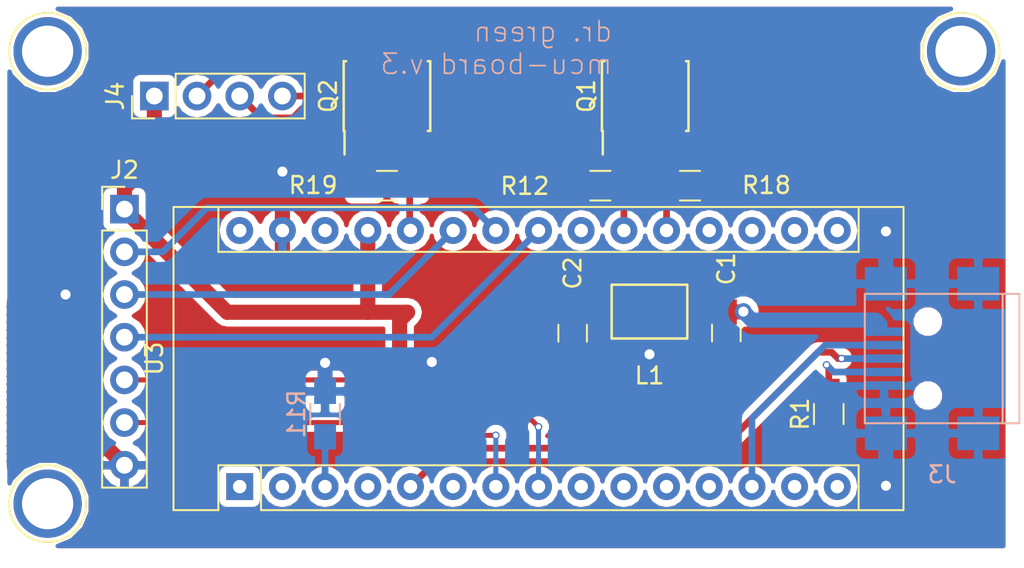
<source format=kicad_pcb>
(kicad_pcb (version 4) (host pcbnew 4.0.7-e2-6376~58~ubuntu16.04.1)

  (general
    (links 157)
    (no_connects 27)
    (area 89.546999 86.140179 185.410001 129.992299)
    (thickness 1.6)
    (drawings 7)
    (tracks 112)
    (zones 0)
    (modules 17)
    (nets 43)
  )

  (page A4)
  (layers
    (0 F.Cu signal)
    (31 B.Cu signal)
    (32 B.Adhes user)
    (33 F.Adhes user)
    (34 B.Paste user)
    (35 F.Paste user)
    (36 B.SilkS user)
    (37 F.SilkS user)
    (38 B.Mask user)
    (39 F.Mask user)
    (40 Dwgs.User user)
    (41 Cmts.User user)
    (42 Eco1.User user)
    (43 Eco2.User user)
    (44 Edge.Cuts user)
    (45 Margin user)
    (46 B.CrtYd user)
    (47 F.CrtYd user)
    (48 B.Fab user)
    (49 F.Fab user)
  )

  (setup
    (last_trace_width 0.4)
    (trace_clearance 0.25)
    (zone_clearance 0.4)
    (zone_45_only no)
    (trace_min 0.2)
    (segment_width 0.2)
    (edge_width 0.001)
    (via_size 0.45)
    (via_drill 0.3)
    (via_min_size 0.45)
    (via_min_drill 0.3)
    (uvia_size 0.45)
    (uvia_drill 0.3)
    (uvias_allowed no)
    (uvia_min_size 0.45)
    (uvia_min_drill 0.3)
    (pcb_text_width 0.3)
    (pcb_text_size 1.5 1.5)
    (mod_edge_width 0.15)
    (mod_text_size 1 1)
    (mod_text_width 0.15)
    (pad_size 3 3)
    (pad_drill 2.75)
    (pad_to_mask_clearance 0.2)
    (aux_axis_origin 80.391 137.922)
    (grid_origin 89.781 127.48068)
    (visible_elements FFFFFF7F)
    (pcbplotparams
      (layerselection 0x010fc_80000001)
      (usegerberextensions false)
      (excludeedgelayer true)
      (linewidth 0.100000)
      (plotframeref true)
      (viasonmask false)
      (mode 1)
      (useauxorigin false)
      (hpglpennumber 1)
      (hpglpenspeed 20)
      (hpglpendiameter 15)
      (hpglpenoverlay 2)
      (psnegative false)
      (psa4output false)
      (plotreference true)
      (plotvalue false)
      (plotinvisibletext false)
      (padsonsilk false)
      (subtractmaskfromsilk false)
      (outputformat 1)
      (mirror false)
      (drillshape 0)
      (scaleselection 1)
      (outputdirectory production))
  )

  (net 0 "")
  (net 1 VDD)
  (net 2 GND)
  (net 3 +5V)
  (net 4 /LED1_PWM)
  (net 5 /SENSOR_START)
  (net 6 /SENSOR_CLK)
  (net 7 /SENSOR_TRIG)
  (net 8 /USB_DM)
  (net 9 /USB_DP)
  (net 10 "Net-(J3-Pad4)")
  (net 11 /LED3_PWM)
  (net 12 /LED2_PWM)
  (net 13 "Net-(R11-Pad2)")
  (net 14 /SCL)
  (net 15 /SDA)
  (net 16 "Net-(U3-Pad1)")
  (net 17 "Net-(U3-Pad17)")
  (net 18 "Net-(U3-Pad2)")
  (net 19 "Net-(U3-Pad18)")
  (net 20 "Net-(U3-Pad19)")
  (net 21 "Net-(U3-Pad4)")
  (net 22 "Net-(U3-Pad6)")
  (net 23 "Net-(U3-Pad22)")
  (net 24 "Net-(U3-Pad9)")
  (net 25 "Net-(U3-Pad10)")
  (net 26 "Net-(U3-Pad11)")
  (net 27 "Net-(U3-Pad12)")
  (net 28 "Net-(U3-Pad28)")
  (net 29 "Net-(U3-Pad14)")
  (net 30 "Net-(U3-Pad30)")
  (net 31 "Net-(U3-Pad15)")
  (net 32 "Net-(U3-Pad16)")
  (net 33 "Net-(Q1-Pad2)")
  (net 34 "Net-(Q1-Pad4)")
  (net 35 "Net-(Q2-Pad2)")
  (net 36 "Net-(Q2-Pad3)")
  (net 37 "Net-(Q2-Pad4)")
  (net 38 "Net-(Q2-Pad5)")
  (net 39 "Net-(Q2-Pad6)")
  (net 40 /LED1)
  (net 41 /LED2)
  (net 42 /LED3)

  (net_class Default "Dies ist die voreingestellte Netzklasse."
    (clearance 0.25)
    (trace_width 0.4)
    (via_dia 0.45)
    (via_drill 0.3)
    (uvia_dia 0.45)
    (uvia_drill 0.3)
    (add_net /LED1)
    (add_net /LED1_PWM)
    (add_net /LED2)
    (add_net /LED2_PWM)
    (add_net /LED3)
    (add_net /LED3_PWM)
    (add_net /SENSOR_CLK)
    (add_net /SENSOR_START)
    (add_net /SENSOR_TRIG)
    (add_net /SENSOR_VIDEO)
    (add_net /USB_DM)
    (add_net /USB_DP)
    (add_net "Net-(D1-Pad2)")
    (add_net "Net-(D2-Pad2)")
    (add_net "Net-(D3-Pad2)")
    (add_net "Net-(D4-Pad2)")
    (add_net "Net-(D5-Pad2)")
    (add_net "Net-(J3-Pad4)")
    (add_net "Net-(Q1-Pad2)")
    (add_net "Net-(Q1-Pad4)")
    (add_net "Net-(Q2-Pad2)")
    (add_net "Net-(Q2-Pad3)")
    (add_net "Net-(Q2-Pad4)")
    (add_net "Net-(Q2-Pad5)")
    (add_net "Net-(Q2-Pad6)")
    (add_net "Net-(R10-Pad2)")
    (add_net "Net-(R11-Pad2)")
    (add_net "Net-(R3-Pad2)")
    (add_net "Net-(R5-Pad1)")
    (add_net "Net-(R5-Pad2)")
    (add_net "Net-(R7-Pad2)")
    (add_net "Net-(R8-Pad1)")
    (add_net "Net-(R8-Pad2)")
    (add_net "Net-(U1-Pad2)")
    (add_net "Net-(U3-Pad1)")
    (add_net "Net-(U3-Pad10)")
    (add_net "Net-(U3-Pad11)")
    (add_net "Net-(U3-Pad12)")
    (add_net "Net-(U3-Pad14)")
    (add_net "Net-(U3-Pad15)")
    (add_net "Net-(U3-Pad16)")
    (add_net "Net-(U3-Pad17)")
    (add_net "Net-(U3-Pad18)")
    (add_net "Net-(U3-Pad19)")
    (add_net "Net-(U3-Pad2)")
    (add_net "Net-(U3-Pad22)")
    (add_net "Net-(U3-Pad28)")
    (add_net "Net-(U3-Pad30)")
    (add_net "Net-(U3-Pad4)")
    (add_net "Net-(U3-Pad6)")
    (add_net "Net-(U3-Pad9)")
    (add_net "Net-(U4-Pad10)")
    (add_net "Net-(U4-Pad11)")
    (add_net "Net-(U4-Pad12)")
    (add_net "Net-(U4-Pad13)")
    (add_net "Net-(U4-Pad3)")
    (add_net "Net-(U4-Pad4)")
  )

  (net_class PWR ""
    (clearance 0.25)
    (trace_width 0.9)
    (via_dia 1)
    (via_drill 0.6)
    (uvia_dia 0.45)
    (uvia_drill 0.3)
    (add_net +5V)
    (add_net GND)
    (add_net VDD)
  )

  (net_class Small ""
    (clearance 0.25)
    (trace_width 0.3)
    (via_dia 0.45)
    (via_drill 0.3)
    (uvia_dia 0.45)
    (uvia_drill 0.3)
    (add_net /SCL)
    (add_net /SDA)
    (add_net /VIDEO_OUT)
    (add_net "Net-(C6-Pad1)")
    (add_net "Net-(C6-Pad2)")
    (add_net "Net-(R2-Pad2)")
  )

  (module Connectors:1pin (layer F.Cu) (tedit 5B195A0D) (tstamp 5B195465)
    (at 127.057 124.43268)
    (descr "module 1 pin (ou trou mecanique de percage)")
    (tags DEV)
    (fp_text reference REF** (at 0 -3.048) (layer F.SilkS) hide
      (effects (font (size 1 1) (thickness 0.15)))
    )
    (fp_text value 1pin (at 0 3) (layer F.Fab)
      (effects (font (size 1 1) (thickness 0.15)))
    )
    (fp_circle (center 0 0) (end 2 0.8) (layer F.Fab) (width 0.1))
    (fp_circle (center 0 0) (end 2.6 0) (layer F.CrtYd) (width 0.05))
    (fp_circle (center 0 0) (end 0 -2.286) (layer F.SilkS) (width 0.12))
    (pad 1 thru_hole circle (at 0 0) (size 4.064 4.064) (drill 3.048) (layers *.Cu *.Mask))
  )

  (module Connectors:1pin (layer F.Cu) (tedit 5B195A06) (tstamp 5B195158)
    (at 127.057 97.50868)
    (descr "module 1 pin (ou trou mecanique de percage)")
    (tags DEV)
    (fp_text reference REF** (at 0 -3.048) (layer F.SilkS) hide
      (effects (font (size 1 1) (thickness 0.15)))
    )
    (fp_text value 1pin (at 0 3) (layer F.Fab)
      (effects (font (size 1 1) (thickness 0.15)))
    )
    (fp_circle (center 0 0) (end 2 0.8) (layer F.Fab) (width 0.1))
    (fp_circle (center 0 0) (end 2.6 0) (layer F.CrtYd) (width 0.05))
    (fp_circle (center 0 0) (end 0 -2.286) (layer F.SilkS) (width 0.12))
    (pad 1 thru_hole circle (at 0 0) (size 4.064 4.064) (drill 3.048) (layers *.Cu *.Mask))
  )

  (module Modules:Arduino_Nano (layer F.Cu) (tedit 58ACAF70) (tstamp 5B16EF40)
    (at 138.487 123.41668 90)
    (descr "Arduino Nano, http://www.mouser.com/pdfdocs/Gravitech_Arduino_Nano3_0.pdf")
    (tags "Arduino Nano")
    (path /5B081E18)
    (fp_text reference U3 (at 7.62 -5.08 90) (layer F.SilkS)
      (effects (font (size 1 1) (thickness 0.15)))
    )
    (fp_text value NUCLEO-L432KC (at 8.89 19.05 180) (layer F.Fab)
      (effects (font (size 1 1) (thickness 0.15)))
    )
    (fp_text user %R (at 6.35 19.05 180) (layer F.Fab)
      (effects (font (size 1 1) (thickness 0.15)))
    )
    (fp_line (start 1.27 1.27) (end 1.27 -1.27) (layer F.SilkS) (width 0.12))
    (fp_line (start 1.27 -1.27) (end -1.4 -1.27) (layer F.SilkS) (width 0.12))
    (fp_line (start -1.4 1.27) (end -1.4 39.5) (layer F.SilkS) (width 0.12))
    (fp_line (start -1.4 -3.94) (end -1.4 -1.27) (layer F.SilkS) (width 0.12))
    (fp_line (start 13.97 -1.27) (end 16.64 -1.27) (layer F.SilkS) (width 0.12))
    (fp_line (start 13.97 -1.27) (end 13.97 36.83) (layer F.SilkS) (width 0.12))
    (fp_line (start 13.97 36.83) (end 16.64 36.83) (layer F.SilkS) (width 0.12))
    (fp_line (start 1.27 1.27) (end -1.4 1.27) (layer F.SilkS) (width 0.12))
    (fp_line (start 1.27 1.27) (end 1.27 36.83) (layer F.SilkS) (width 0.12))
    (fp_line (start 1.27 36.83) (end -1.4 36.83) (layer F.SilkS) (width 0.12))
    (fp_line (start 3.81 31.75) (end 11.43 31.75) (layer F.Fab) (width 0.1))
    (fp_line (start 11.43 31.75) (end 11.43 41.91) (layer F.Fab) (width 0.1))
    (fp_line (start 11.43 41.91) (end 3.81 41.91) (layer F.Fab) (width 0.1))
    (fp_line (start 3.81 41.91) (end 3.81 31.75) (layer F.Fab) (width 0.1))
    (fp_line (start -1.4 39.5) (end 16.64 39.5) (layer F.SilkS) (width 0.12))
    (fp_line (start 16.64 39.5) (end 16.64 -3.94) (layer F.SilkS) (width 0.12))
    (fp_line (start 16.64 -3.94) (end -1.4 -3.94) (layer F.SilkS) (width 0.12))
    (fp_line (start 16.51 39.37) (end -1.27 39.37) (layer F.Fab) (width 0.1))
    (fp_line (start -1.27 39.37) (end -1.27 -2.54) (layer F.Fab) (width 0.1))
    (fp_line (start -1.27 -2.54) (end 0 -3.81) (layer F.Fab) (width 0.1))
    (fp_line (start 0 -3.81) (end 16.51 -3.81) (layer F.Fab) (width 0.1))
    (fp_line (start 16.51 -3.81) (end 16.51 39.37) (layer F.Fab) (width 0.1))
    (fp_line (start -1.53 -4.06) (end 16.75 -4.06) (layer F.CrtYd) (width 0.05))
    (fp_line (start -1.53 -4.06) (end -1.53 42.16) (layer F.CrtYd) (width 0.05))
    (fp_line (start 16.75 42.16) (end 16.75 -4.06) (layer F.CrtYd) (width 0.05))
    (fp_line (start 16.75 42.16) (end -1.53 42.16) (layer F.CrtYd) (width 0.05))
    (pad 1 thru_hole rect (at 0 0 90) (size 1.6 1.6) (drill 0.8) (layers *.Cu *.Mask)
      (net 16 "Net-(U3-Pad1)"))
    (pad 17 thru_hole oval (at 15.24 33.02 90) (size 1.6 1.6) (drill 0.8) (layers *.Cu *.Mask)
      (net 17 "Net-(U3-Pad17)"))
    (pad 2 thru_hole oval (at 0 2.54 90) (size 1.6 1.6) (drill 0.8) (layers *.Cu *.Mask)
      (net 18 "Net-(U3-Pad2)"))
    (pad 18 thru_hole oval (at 15.24 30.48 90) (size 1.6 1.6) (drill 0.8) (layers *.Cu *.Mask)
      (net 19 "Net-(U3-Pad18)"))
    (pad 3 thru_hole oval (at 0 5.08 90) (size 1.6 1.6) (drill 0.8) (layers *.Cu *.Mask)
      (net 13 "Net-(R11-Pad2)"))
    (pad 19 thru_hole oval (at 15.24 27.94 90) (size 1.6 1.6) (drill 0.8) (layers *.Cu *.Mask)
      (net 20 "Net-(U3-Pad19)"))
    (pad 4 thru_hole oval (at 0 7.62 90) (size 1.6 1.6) (drill 0.8) (layers *.Cu *.Mask)
      (net 21 "Net-(U3-Pad4)"))
    (pad 20 thru_hole oval (at 15.24 25.4 90) (size 1.6 1.6) (drill 0.8) (layers *.Cu *.Mask)
      (net 12 /LED2_PWM))
    (pad 5 thru_hole oval (at 0 10.16 90) (size 1.6 1.6) (drill 0.8) (layers *.Cu *.Mask)
      (net 9 /USB_DP))
    (pad 21 thru_hole oval (at 15.24 22.86 90) (size 1.6 1.6) (drill 0.8) (layers *.Cu *.Mask)
      (net 4 /LED1_PWM))
    (pad 6 thru_hole oval (at 0 12.7 90) (size 1.6 1.6) (drill 0.8) (layers *.Cu *.Mask)
      (net 22 "Net-(U3-Pad6)"))
    (pad 22 thru_hole oval (at 15.24 20.32 90) (size 1.6 1.6) (drill 0.8) (layers *.Cu *.Mask)
      (net 23 "Net-(U3-Pad22)"))
    (pad 7 thru_hole oval (at 0 15.24 90) (size 1.6 1.6) (drill 0.8) (layers *.Cu *.Mask)
      (net 15 /SDA))
    (pad 23 thru_hole oval (at 15.24 17.78 90) (size 1.6 1.6) (drill 0.8) (layers *.Cu *.Mask)
      (net 7 /SENSOR_TRIG))
    (pad 8 thru_hole oval (at 0 17.78 90) (size 1.6 1.6) (drill 0.8) (layers *.Cu *.Mask)
      (net 14 /SCL))
    (pad 24 thru_hole oval (at 15.24 15.24 90) (size 1.6 1.6) (drill 0.8) (layers *.Cu *.Mask)
      (net 5 /SENSOR_START))
    (pad 9 thru_hole oval (at 0 20.32 90) (size 1.6 1.6) (drill 0.8) (layers *.Cu *.Mask)
      (net 24 "Net-(U3-Pad9)"))
    (pad 25 thru_hole oval (at 15.24 12.7 90) (size 1.6 1.6) (drill 0.8) (layers *.Cu *.Mask)
      (net 6 /SENSOR_CLK))
    (pad 10 thru_hole oval (at 0 22.86 90) (size 1.6 1.6) (drill 0.8) (layers *.Cu *.Mask)
      (net 25 "Net-(U3-Pad10)"))
    (pad 26 thru_hole oval (at 15.24 10.16 90) (size 1.6 1.6) (drill 0.8) (layers *.Cu *.Mask)
      (net 11 /LED3_PWM))
    (pad 11 thru_hole oval (at 0 25.4 90) (size 1.6 1.6) (drill 0.8) (layers *.Cu *.Mask)
      (net 26 "Net-(U3-Pad11)"))
    (pad 27 thru_hole oval (at 15.24 7.62 90) (size 1.6 1.6) (drill 0.8) (layers *.Cu *.Mask)
      (net 3 +5V))
    (pad 12 thru_hole oval (at 0 27.94 90) (size 1.6 1.6) (drill 0.8) (layers *.Cu *.Mask)
      (net 27 "Net-(U3-Pad12)"))
    (pad 28 thru_hole oval (at 15.24 5.08 90) (size 1.6 1.6) (drill 0.8) (layers *.Cu *.Mask)
      (net 28 "Net-(U3-Pad28)"))
    (pad 13 thru_hole oval (at 0 30.48 90) (size 1.6 1.6) (drill 0.8) (layers *.Cu *.Mask)
      (net 8 /USB_DM))
    (pad 29 thru_hole oval (at 15.24 2.54 90) (size 1.6 1.6) (drill 0.8) (layers *.Cu *.Mask)
      (net 2 GND))
    (pad 14 thru_hole oval (at 0 33.02 90) (size 1.6 1.6) (drill 0.8) (layers *.Cu *.Mask)
      (net 29 "Net-(U3-Pad14)"))
    (pad 30 thru_hole oval (at 15.24 0 90) (size 1.6 1.6) (drill 0.8) (layers *.Cu *.Mask)
      (net 30 "Net-(U3-Pad30)"))
    (pad 15 thru_hole oval (at 0 35.56 90) (size 1.6 1.6) (drill 0.8) (layers *.Cu *.Mask)
      (net 31 "Net-(U3-Pad15)"))
    (pad 16 thru_hole oval (at 15.24 35.56 90) (size 1.6 1.6) (drill 0.8) (layers *.Cu *.Mask)
      (net 32 "Net-(U3-Pad16)"))
  )

  (module Capacitors_SMD:C_0805_HandSoldering (layer F.Cu) (tedit 58AA84A8) (tstamp 5B16EE28)
    (at 167.443 114.27268 270)
    (descr "Capacitor SMD 0805, hand soldering")
    (tags "capacitor 0805")
    (path /5AFDEAE1)
    (attr smd)
    (fp_text reference C1 (at -3.81 0 270) (layer F.SilkS)
      (effects (font (size 1 1) (thickness 0.15)))
    )
    (fp_text value 10u (at 0 1.75 270) (layer F.Fab)
      (effects (font (size 1 1) (thickness 0.15)))
    )
    (fp_text user %R (at 0 -1.75 270) (layer F.Fab)
      (effects (font (size 1 1) (thickness 0.15)))
    )
    (fp_line (start -1 0.62) (end -1 -0.62) (layer F.Fab) (width 0.1))
    (fp_line (start 1 0.62) (end -1 0.62) (layer F.Fab) (width 0.1))
    (fp_line (start 1 -0.62) (end 1 0.62) (layer F.Fab) (width 0.1))
    (fp_line (start -1 -0.62) (end 1 -0.62) (layer F.Fab) (width 0.1))
    (fp_line (start 0.5 -0.85) (end -0.5 -0.85) (layer F.SilkS) (width 0.12))
    (fp_line (start -0.5 0.85) (end 0.5 0.85) (layer F.SilkS) (width 0.12))
    (fp_line (start -2.25 -0.88) (end 2.25 -0.88) (layer F.CrtYd) (width 0.05))
    (fp_line (start -2.25 -0.88) (end -2.25 0.87) (layer F.CrtYd) (width 0.05))
    (fp_line (start 2.25 0.87) (end 2.25 -0.88) (layer F.CrtYd) (width 0.05))
    (fp_line (start 2.25 0.87) (end -2.25 0.87) (layer F.CrtYd) (width 0.05))
    (pad 1 smd rect (at -1.25 0 270) (size 1.5 1.25) (layers F.Cu F.Paste F.Mask)
      (net 1 VDD))
    (pad 2 smd rect (at 1.25 0 270) (size 1.5 1.25) (layers F.Cu F.Paste F.Mask)
      (net 2 GND))
    (model Capacitors_SMD.3dshapes/C_0805.wrl
      (at (xyz 0 0 0))
      (scale (xyz 1 1 1))
      (rotate (xyz 0 0 0))
    )
  )

  (module Capacitors_SMD:C_0805_HandSoldering (layer F.Cu) (tedit 58AA84A8) (tstamp 5B16EE2E)
    (at 158.299 114.29268 270)
    (descr "Capacitor SMD 0805, hand soldering")
    (tags "capacitor 0805")
    (path /5B00389B)
    (attr smd)
    (fp_text reference C2 (at -3.576 0 270) (layer F.SilkS)
      (effects (font (size 1 1) (thickness 0.15)))
    )
    (fp_text value 10u (at 0 1.75 270) (layer F.Fab)
      (effects (font (size 1 1) (thickness 0.15)))
    )
    (fp_text user %R (at 0 -1.75 270) (layer F.Fab)
      (effects (font (size 1 1) (thickness 0.15)))
    )
    (fp_line (start -1 0.62) (end -1 -0.62) (layer F.Fab) (width 0.1))
    (fp_line (start 1 0.62) (end -1 0.62) (layer F.Fab) (width 0.1))
    (fp_line (start 1 -0.62) (end 1 0.62) (layer F.Fab) (width 0.1))
    (fp_line (start -1 -0.62) (end 1 -0.62) (layer F.Fab) (width 0.1))
    (fp_line (start 0.5 -0.85) (end -0.5 -0.85) (layer F.SilkS) (width 0.12))
    (fp_line (start -0.5 0.85) (end 0.5 0.85) (layer F.SilkS) (width 0.12))
    (fp_line (start -2.25 -0.88) (end 2.25 -0.88) (layer F.CrtYd) (width 0.05))
    (fp_line (start -2.25 -0.88) (end -2.25 0.87) (layer F.CrtYd) (width 0.05))
    (fp_line (start 2.25 0.87) (end 2.25 -0.88) (layer F.CrtYd) (width 0.05))
    (fp_line (start 2.25 0.87) (end -2.25 0.87) (layer F.CrtYd) (width 0.05))
    (pad 1 smd rect (at -1.25 0 270) (size 1.5 1.25) (layers F.Cu F.Paste F.Mask)
      (net 3 +5V))
    (pad 2 smd rect (at 1.25 0 270) (size 1.5 1.25) (layers F.Cu F.Paste F.Mask)
      (net 2 GND))
    (model Capacitors_SMD.3dshapes/C_0805.wrl
      (at (xyz 0 0 0))
      (scale (xyz 1 1 1))
      (rotate (xyz 0 0 0))
    )
  )

  (module Connectors:USB_Mini-B (layer B.Cu) (tedit 5543E571) (tstamp 5B16EE8C)
    (at 179.635 115.79668 180)
    (descr "USB Mini-B 5-pin SMD connector")
    (tags "USB USB_B USB_Mini connector")
    (path /5B087B27)
    (attr smd)
    (fp_text reference J3 (at -0.65 -6.9 180) (layer B.SilkS)
      (effects (font (size 1 1) (thickness 0.15)) (justify mirror))
    )
    (fp_text value USB_OTG (at -0.65 7.1 180) (layer B.Fab)
      (effects (font (size 1 1) (thickness 0.15)) (justify mirror))
    )
    (fp_line (start -5.5 5.7) (end 4.2 5.7) (layer B.CrtYd) (width 0.05))
    (fp_line (start 4.2 5.7) (end 4.2 -5.7) (layer B.CrtYd) (width 0.05))
    (fp_line (start 4.2 -5.7) (end -5.5 -5.7) (layer B.CrtYd) (width 0.05))
    (fp_line (start -5.5 -5.7) (end -5.5 5.7) (layer B.CrtYd) (width 0.05))
    (fp_line (start -4.25 3.85) (end -4.25 -3.85) (layer B.SilkS) (width 0.12))
    (fp_line (start -5.25 3.85) (end -5.25 -3.85) (layer B.SilkS) (width 0.12))
    (fp_line (start -5.25 -3.85) (end 3.95 -3.85) (layer B.SilkS) (width 0.12))
    (fp_line (start 3.95 -3.85) (end 3.95 3.85) (layer B.SilkS) (width 0.12))
    (fp_line (start 3.95 3.85) (end -5.25 3.85) (layer B.SilkS) (width 0.12))
    (pad 1 smd rect (at 2.8 1.6 180) (size 2.3 0.5) (layers B.Cu B.Paste B.Mask)
      (net 1 VDD))
    (pad 2 smd rect (at 2.8 0.8 180) (size 2.3 0.5) (layers B.Cu B.Paste B.Mask)
      (net 8 /USB_DM))
    (pad 3 smd rect (at 2.8 0 180) (size 2.3 0.5) (layers B.Cu B.Paste B.Mask)
      (net 9 /USB_DP))
    (pad 4 smd rect (at 2.8 -0.8 180) (size 2.3 0.5) (layers B.Cu B.Paste B.Mask)
      (net 10 "Net-(J3-Pad4)"))
    (pad 5 smd rect (at 2.8 -1.6 180) (size 2.3 0.5) (layers B.Cu B.Paste B.Mask)
      (net 2 GND))
    (pad 6 smd rect (at 2.7 4.45 180) (size 2.5 2) (layers B.Cu B.Paste B.Mask)
      (net 2 GND))
    (pad 6 smd rect (at -2.8 4.45 180) (size 2.5 2) (layers B.Cu B.Paste B.Mask)
      (net 2 GND))
    (pad 6 smd rect (at 2.7 -4.45 180) (size 2.5 2) (layers B.Cu B.Paste B.Mask)
      (net 2 GND))
    (pad 6 smd rect (at -2.8 -4.45 180) (size 2.5 2) (layers B.Cu B.Paste B.Mask)
      (net 2 GND))
    (pad "" np_thru_hole circle (at 0.2 2.2 180) (size 0.9 0.9) (drill 0.9) (layers *.Cu *.Mask))
    (pad "" np_thru_hole circle (at 0.2 -2.2 180) (size 0.9 0.9) (drill 0.9) (layers *.Cu *.Mask))
  )

  (module Resistors_SMD:R_0805_HandSoldering (layer F.Cu) (tedit 58E0A804) (tstamp 5B16EEB0)
    (at 173.539 119.09868 90)
    (descr "Resistor SMD 0805, hand soldering")
    (tags "resistor 0805")
    (path /5B08807B)
    (attr smd)
    (fp_text reference R1 (at 0 -1.7 90) (layer F.SilkS)
      (effects (font (size 1 1) (thickness 0.15)))
    )
    (fp_text value 100k (at 0 1.75 90) (layer F.Fab)
      (effects (font (size 1 1) (thickness 0.15)))
    )
    (fp_text user %R (at 0 0 90) (layer F.Fab)
      (effects (font (size 0.5 0.5) (thickness 0.075)))
    )
    (fp_line (start -1 0.62) (end -1 -0.62) (layer F.Fab) (width 0.1))
    (fp_line (start 1 0.62) (end -1 0.62) (layer F.Fab) (width 0.1))
    (fp_line (start 1 -0.62) (end 1 0.62) (layer F.Fab) (width 0.1))
    (fp_line (start -1 -0.62) (end 1 -0.62) (layer F.Fab) (width 0.1))
    (fp_line (start 0.6 0.88) (end -0.6 0.88) (layer F.SilkS) (width 0.12))
    (fp_line (start -0.6 -0.88) (end 0.6 -0.88) (layer F.SilkS) (width 0.12))
    (fp_line (start -2.35 -0.9) (end 2.35 -0.9) (layer F.CrtYd) (width 0.05))
    (fp_line (start -2.35 -0.9) (end -2.35 0.9) (layer F.CrtYd) (width 0.05))
    (fp_line (start 2.35 0.9) (end 2.35 -0.9) (layer F.CrtYd) (width 0.05))
    (fp_line (start 2.35 0.9) (end -2.35 0.9) (layer F.CrtYd) (width 0.05))
    (pad 1 smd rect (at -1.35 0 90) (size 1.5 1.3) (layers F.Cu F.Paste F.Mask)
      (net 2 GND))
    (pad 2 smd rect (at 1.35 0 90) (size 1.5 1.3) (layers F.Cu F.Paste F.Mask)
      (net 10 "Net-(J3-Pad4)"))
    (model ${KISYS3DMOD}/Resistors_SMD.3dshapes/R_0805.wrl
      (at (xyz 0 0 0))
      (scale (xyz 1 1 1))
      (rotate (xyz 0 0 0))
    )
  )

  (module Resistors_SMD:R_0805_HandSoldering (layer B.Cu) (tedit 58E0A804) (tstamp 5B16EEEC)
    (at 143.567 119.09868 270)
    (descr "Resistor SMD 0805, hand soldering")
    (tags "resistor 0805")
    (path /5B16DF43)
    (attr smd)
    (fp_text reference R11 (at 0 1.7 270) (layer B.SilkS)
      (effects (font (size 1 1) (thickness 0.15)) (justify mirror))
    )
    (fp_text value 10k (at 0 -1.75 270) (layer B.Fab)
      (effects (font (size 1 1) (thickness 0.15)) (justify mirror))
    )
    (fp_text user %R (at 0 0 270) (layer B.Fab)
      (effects (font (size 0.5 0.5) (thickness 0.075)) (justify mirror))
    )
    (fp_line (start -1 -0.62) (end -1 0.62) (layer B.Fab) (width 0.1))
    (fp_line (start 1 -0.62) (end -1 -0.62) (layer B.Fab) (width 0.1))
    (fp_line (start 1 0.62) (end 1 -0.62) (layer B.Fab) (width 0.1))
    (fp_line (start -1 0.62) (end 1 0.62) (layer B.Fab) (width 0.1))
    (fp_line (start 0.6 -0.88) (end -0.6 -0.88) (layer B.SilkS) (width 0.12))
    (fp_line (start -0.6 0.88) (end 0.6 0.88) (layer B.SilkS) (width 0.12))
    (fp_line (start -2.35 0.9) (end 2.35 0.9) (layer B.CrtYd) (width 0.05))
    (fp_line (start -2.35 0.9) (end -2.35 -0.9) (layer B.CrtYd) (width 0.05))
    (fp_line (start 2.35 -0.9) (end 2.35 0.9) (layer B.CrtYd) (width 0.05))
    (fp_line (start 2.35 -0.9) (end -2.35 -0.9) (layer B.CrtYd) (width 0.05))
    (pad 1 smd rect (at -1.35 0 270) (size 1.5 1.3) (layers B.Cu B.Paste B.Mask)
      (net 2 GND))
    (pad 2 smd rect (at 1.35 0 270) (size 1.5 1.3) (layers B.Cu B.Paste B.Mask)
      (net 13 "Net-(R11-Pad2)"))
    (model ${KISYS3DMOD}/Resistors_SMD.3dshapes/R_0805.wrl
      (at (xyz 0 0 0))
      (scale (xyz 1 1 1))
      (rotate (xyz 0 0 0))
    )
  )

  (module we-744766920:WE-744766920 (layer F.Cu) (tedit 5B16EC1F) (tstamp 5B16F028)
    (at 162.871 113.00268)
    (path /5B0037D5)
    (fp_text reference L1 (at 0 3.81) (layer F.SilkS)
      (effects (font (size 1 1) (thickness 0.15)))
    )
    (fp_text value 100u (at 0 -5.08) (layer F.Fab)
      (effects (font (size 1 1) (thickness 0.15)))
    )
    (fp_line (start -2.25 -1.6) (end -2.25 1.6) (layer F.SilkS) (width 0.15))
    (fp_line (start 2.25 -1.6) (end -2.25 -1.6) (layer F.SilkS) (width 0.15))
    (fp_line (start 2.25 1.6) (end 2.25 -1.6) (layer F.SilkS) (width 0.15))
    (fp_line (start -2.25 1.6) (end 2.25 1.6) (layer F.SilkS) (width 0.15))
    (pad 2 smd rect (at 1.9 0) (size 1.6 1.6) (layers F.Cu F.Paste F.Mask)
      (net 1 VDD))
    (pad 1 smd rect (at -1.9 0) (size 1.6 1.6) (layers F.Cu F.Paste F.Mask)
      (net 3 +5V))
  )

  (module Pin_Headers:Pin_Header_Straight_1x07_Pitch2.54mm (layer F.Cu) (tedit 59650532) (tstamp 5B185607)
    (at 131.629 106.90668)
    (descr "Through hole straight pin header, 1x07, 2.54mm pitch, single row")
    (tags "Through hole pin header THT 1x07 2.54mm single row")
    (path /5B171B86)
    (fp_text reference J2 (at 0 -2.33) (layer F.SilkS)
      (effects (font (size 1 1) (thickness 0.15)))
    )
    (fp_text value Conn_01x07 (at 0 17.57) (layer F.Fab)
      (effects (font (size 1 1) (thickness 0.15)))
    )
    (fp_line (start -0.635 -1.27) (end 1.27 -1.27) (layer F.Fab) (width 0.1))
    (fp_line (start 1.27 -1.27) (end 1.27 16.51) (layer F.Fab) (width 0.1))
    (fp_line (start 1.27 16.51) (end -1.27 16.51) (layer F.Fab) (width 0.1))
    (fp_line (start -1.27 16.51) (end -1.27 -0.635) (layer F.Fab) (width 0.1))
    (fp_line (start -1.27 -0.635) (end -0.635 -1.27) (layer F.Fab) (width 0.1))
    (fp_line (start -1.33 16.57) (end 1.33 16.57) (layer F.SilkS) (width 0.12))
    (fp_line (start -1.33 1.27) (end -1.33 16.57) (layer F.SilkS) (width 0.12))
    (fp_line (start 1.33 1.27) (end 1.33 16.57) (layer F.SilkS) (width 0.12))
    (fp_line (start -1.33 1.27) (end 1.33 1.27) (layer F.SilkS) (width 0.12))
    (fp_line (start -1.33 0) (end -1.33 -1.33) (layer F.SilkS) (width 0.12))
    (fp_line (start -1.33 -1.33) (end 0 -1.33) (layer F.SilkS) (width 0.12))
    (fp_line (start -1.8 -1.8) (end -1.8 17.05) (layer F.CrtYd) (width 0.05))
    (fp_line (start -1.8 17.05) (end 1.8 17.05) (layer F.CrtYd) (width 0.05))
    (fp_line (start 1.8 17.05) (end 1.8 -1.8) (layer F.CrtYd) (width 0.05))
    (fp_line (start 1.8 -1.8) (end -1.8 -1.8) (layer F.CrtYd) (width 0.05))
    (fp_text user %R (at 0 7.62 90) (layer F.Fab)
      (effects (font (size 1 1) (thickness 0.15)))
    )
    (pad 1 thru_hole rect (at 0 0) (size 1.7 1.7) (drill 1) (layers *.Cu *.Mask)
      (net 3 +5V))
    (pad 2 thru_hole oval (at 0 2.54) (size 1.7 1.7) (drill 1) (layers *.Cu *.Mask)
      (net 5 /SENSOR_START))
    (pad 3 thru_hole oval (at 0 5.08) (size 1.7 1.7) (drill 1) (layers *.Cu *.Mask)
      (net 6 /SENSOR_CLK))
    (pad 4 thru_hole oval (at 0 7.62) (size 1.7 1.7) (drill 1) (layers *.Cu *.Mask)
      (net 7 /SENSOR_TRIG))
    (pad 5 thru_hole oval (at 0 10.16) (size 1.7 1.7) (drill 1) (layers *.Cu *.Mask)
      (net 14 /SCL))
    (pad 6 thru_hole oval (at 0 12.7) (size 1.7 1.7) (drill 1) (layers *.Cu *.Mask)
      (net 15 /SDA))
    (pad 7 thru_hole oval (at 0 15.24) (size 1.7 1.7) (drill 1) (layers *.Cu *.Mask)
      (net 2 GND))
    (model ${KISYS3DMOD}/Pin_Headers.3dshapes/Pin_Header_Straight_1x07_Pitch2.54mm.wrl
      (at (xyz 0 0 0))
      (scale (xyz 1 1 1))
      (rotate (xyz 0 0 0))
    )
  )

  (module Housings_SOIC:SOIC-8_3.9x4.9mm_Pitch1.27mm (layer F.Cu) (tedit 58CD0CDA) (tstamp 5B1867A3)
    (at 162.617 100.17568 90)
    (descr "8-Lead Plastic Small Outline (SN) - Narrow, 3.90 mm Body [SOIC] (see Microchip Packaging Specification 00000049BS.pdf)")
    (tags "SOIC 1.27")
    (path /5B1878BA)
    (attr smd)
    (fp_text reference Q1 (at 0 -3.5 90) (layer F.SilkS)
      (effects (font (size 1 1) (thickness 0.15)))
    )
    (fp_text value IRF7311 (at 0 3.5 90) (layer F.Fab)
      (effects (font (size 1 1) (thickness 0.15)))
    )
    (fp_text user %R (at 0 0 90) (layer F.Fab)
      (effects (font (size 1 1) (thickness 0.15)))
    )
    (fp_line (start -0.95 -2.45) (end 1.95 -2.45) (layer F.Fab) (width 0.1))
    (fp_line (start 1.95 -2.45) (end 1.95 2.45) (layer F.Fab) (width 0.1))
    (fp_line (start 1.95 2.45) (end -1.95 2.45) (layer F.Fab) (width 0.1))
    (fp_line (start -1.95 2.45) (end -1.95 -1.45) (layer F.Fab) (width 0.1))
    (fp_line (start -1.95 -1.45) (end -0.95 -2.45) (layer F.Fab) (width 0.1))
    (fp_line (start -3.73 -2.7) (end -3.73 2.7) (layer F.CrtYd) (width 0.05))
    (fp_line (start 3.73 -2.7) (end 3.73 2.7) (layer F.CrtYd) (width 0.05))
    (fp_line (start -3.73 -2.7) (end 3.73 -2.7) (layer F.CrtYd) (width 0.05))
    (fp_line (start -3.73 2.7) (end 3.73 2.7) (layer F.CrtYd) (width 0.05))
    (fp_line (start -2.075 -2.575) (end -2.075 -2.525) (layer F.SilkS) (width 0.15))
    (fp_line (start 2.075 -2.575) (end 2.075 -2.43) (layer F.SilkS) (width 0.15))
    (fp_line (start 2.075 2.575) (end 2.075 2.43) (layer F.SilkS) (width 0.15))
    (fp_line (start -2.075 2.575) (end -2.075 2.43) (layer F.SilkS) (width 0.15))
    (fp_line (start -2.075 -2.575) (end 2.075 -2.575) (layer F.SilkS) (width 0.15))
    (fp_line (start -2.075 2.575) (end 2.075 2.575) (layer F.SilkS) (width 0.15))
    (fp_line (start -2.075 -2.525) (end -3.475 -2.525) (layer F.SilkS) (width 0.15))
    (pad 1 smd rect (at -2.7 -1.905 90) (size 1.55 0.6) (layers F.Cu F.Paste F.Mask)
      (net 2 GND))
    (pad 2 smd rect (at -2.7 -0.635 90) (size 1.55 0.6) (layers F.Cu F.Paste F.Mask)
      (net 33 "Net-(Q1-Pad2)"))
    (pad 3 smd rect (at -2.7 0.635 90) (size 1.55 0.6) (layers F.Cu F.Paste F.Mask)
      (net 2 GND))
    (pad 4 smd rect (at -2.7 1.905 90) (size 1.55 0.6) (layers F.Cu F.Paste F.Mask)
      (net 34 "Net-(Q1-Pad4)"))
    (pad 5 smd rect (at 2.7 1.905 90) (size 1.55 0.6) (layers F.Cu F.Paste F.Mask)
      (net 41 /LED2))
    (pad 6 smd rect (at 2.7 0.635 90) (size 1.55 0.6) (layers F.Cu F.Paste F.Mask)
      (net 41 /LED2))
    (pad 7 smd rect (at 2.7 -0.635 90) (size 1.55 0.6) (layers F.Cu F.Paste F.Mask)
      (net 40 /LED1))
    (pad 8 smd rect (at 2.7 -1.905 90) (size 1.55 0.6) (layers F.Cu F.Paste F.Mask)
      (net 40 /LED1))
    (model ${KISYS3DMOD}/Housings_SOIC.3dshapes/SOIC-8_3.9x4.9mm_Pitch1.27mm.wrl
      (at (xyz 0 0 0))
      (scale (xyz 1 1 1))
      (rotate (xyz 0 0 0))
    )
  )

  (module Housings_SOIC:SOIC-8_3.9x4.9mm_Pitch1.27mm (layer F.Cu) (tedit 58CD0CDA) (tstamp 5B1867AF)
    (at 147.25 100.17568 90)
    (descr "8-Lead Plastic Small Outline (SN) - Narrow, 3.90 mm Body [SOIC] (see Microchip Packaging Specification 00000049BS.pdf)")
    (tags "SOIC 1.27")
    (path /5B187ECC)
    (attr smd)
    (fp_text reference Q2 (at 0 -3.5 90) (layer F.SilkS)
      (effects (font (size 1 1) (thickness 0.15)))
    )
    (fp_text value IRF7311 (at 0 3.5 90) (layer F.Fab)
      (effects (font (size 1 1) (thickness 0.15)))
    )
    (fp_text user %R (at 0 0 90) (layer F.Fab)
      (effects (font (size 1 1) (thickness 0.15)))
    )
    (fp_line (start -0.95 -2.45) (end 1.95 -2.45) (layer F.Fab) (width 0.1))
    (fp_line (start 1.95 -2.45) (end 1.95 2.45) (layer F.Fab) (width 0.1))
    (fp_line (start 1.95 2.45) (end -1.95 2.45) (layer F.Fab) (width 0.1))
    (fp_line (start -1.95 2.45) (end -1.95 -1.45) (layer F.Fab) (width 0.1))
    (fp_line (start -1.95 -1.45) (end -0.95 -2.45) (layer F.Fab) (width 0.1))
    (fp_line (start -3.73 -2.7) (end -3.73 2.7) (layer F.CrtYd) (width 0.05))
    (fp_line (start 3.73 -2.7) (end 3.73 2.7) (layer F.CrtYd) (width 0.05))
    (fp_line (start -3.73 -2.7) (end 3.73 -2.7) (layer F.CrtYd) (width 0.05))
    (fp_line (start -3.73 2.7) (end 3.73 2.7) (layer F.CrtYd) (width 0.05))
    (fp_line (start -2.075 -2.575) (end -2.075 -2.525) (layer F.SilkS) (width 0.15))
    (fp_line (start 2.075 -2.575) (end 2.075 -2.43) (layer F.SilkS) (width 0.15))
    (fp_line (start 2.075 2.575) (end 2.075 2.43) (layer F.SilkS) (width 0.15))
    (fp_line (start -2.075 2.575) (end -2.075 2.43) (layer F.SilkS) (width 0.15))
    (fp_line (start -2.075 -2.575) (end 2.075 -2.575) (layer F.SilkS) (width 0.15))
    (fp_line (start -2.075 2.575) (end 2.075 2.575) (layer F.SilkS) (width 0.15))
    (fp_line (start -2.075 -2.525) (end -3.475 -2.525) (layer F.SilkS) (width 0.15))
    (pad 1 smd rect (at -2.7 -1.905 90) (size 1.55 0.6) (layers F.Cu F.Paste F.Mask)
      (net 2 GND))
    (pad 2 smd rect (at -2.7 -0.635 90) (size 1.55 0.6) (layers F.Cu F.Paste F.Mask)
      (net 35 "Net-(Q2-Pad2)"))
    (pad 3 smd rect (at -2.7 0.635 90) (size 1.55 0.6) (layers F.Cu F.Paste F.Mask)
      (net 36 "Net-(Q2-Pad3)"))
    (pad 4 smd rect (at -2.7 1.905 90) (size 1.55 0.6) (layers F.Cu F.Paste F.Mask)
      (net 37 "Net-(Q2-Pad4)"))
    (pad 5 smd rect (at 2.7 1.905 90) (size 1.55 0.6) (layers F.Cu F.Paste F.Mask)
      (net 38 "Net-(Q2-Pad5)"))
    (pad 6 smd rect (at 2.7 0.635 90) (size 1.55 0.6) (layers F.Cu F.Paste F.Mask)
      (net 39 "Net-(Q2-Pad6)"))
    (pad 7 smd rect (at 2.7 -0.635 90) (size 1.55 0.6) (layers F.Cu F.Paste F.Mask)
      (net 42 /LED3))
    (pad 8 smd rect (at 2.7 -1.905 90) (size 1.55 0.6) (layers F.Cu F.Paste F.Mask)
      (net 42 /LED3))
    (model ${KISYS3DMOD}/Housings_SOIC.3dshapes/SOIC-8_3.9x4.9mm_Pitch1.27mm.wrl
      (at (xyz 0 0 0))
      (scale (xyz 1 1 1))
      (rotate (xyz 0 0 0))
    )
  )

  (module Resistors_SMD:R_0805_HandSoldering (layer F.Cu) (tedit 58E0A804) (tstamp 5B19122C)
    (at 159.95 105.50968)
    (descr "Resistor SMD 0805, hand soldering")
    (tags "resistor 0805")
    (path /5B193732)
    (attr smd)
    (fp_text reference R12 (at -4.4958 0.0254) (layer F.SilkS)
      (effects (font (size 1 1) (thickness 0.15)))
    )
    (fp_text value 100 (at 0 1.75) (layer F.Fab)
      (effects (font (size 1 1) (thickness 0.15)))
    )
    (fp_text user %R (at 0 0) (layer F.Fab)
      (effects (font (size 0.5 0.5) (thickness 0.075)))
    )
    (fp_line (start -1 0.62) (end -1 -0.62) (layer F.Fab) (width 0.1))
    (fp_line (start 1 0.62) (end -1 0.62) (layer F.Fab) (width 0.1))
    (fp_line (start 1 -0.62) (end 1 0.62) (layer F.Fab) (width 0.1))
    (fp_line (start -1 -0.62) (end 1 -0.62) (layer F.Fab) (width 0.1))
    (fp_line (start 0.6 0.88) (end -0.6 0.88) (layer F.SilkS) (width 0.12))
    (fp_line (start -0.6 -0.88) (end 0.6 -0.88) (layer F.SilkS) (width 0.12))
    (fp_line (start -2.35 -0.9) (end 2.35 -0.9) (layer F.CrtYd) (width 0.05))
    (fp_line (start -2.35 -0.9) (end -2.35 0.9) (layer F.CrtYd) (width 0.05))
    (fp_line (start 2.35 0.9) (end 2.35 -0.9) (layer F.CrtYd) (width 0.05))
    (fp_line (start 2.35 0.9) (end -2.35 0.9) (layer F.CrtYd) (width 0.05))
    (pad 1 smd rect (at -1.35 0) (size 1.5 1.3) (layers F.Cu F.Paste F.Mask)
      (net 33 "Net-(Q1-Pad2)"))
    (pad 2 smd rect (at 1.35 0) (size 1.5 1.3) (layers F.Cu F.Paste F.Mask)
      (net 4 /LED1_PWM))
    (model ${KISYS3DMOD}/Resistors_SMD.3dshapes/R_0805.wrl
      (at (xyz 0 0 0))
      (scale (xyz 1 1 1))
      (rotate (xyz 0 0 0))
    )
  )

  (module Resistors_SMD:R_0805_HandSoldering (layer F.Cu) (tedit 58E0A804) (tstamp 5B191232)
    (at 165.284 105.50968 180)
    (descr "Resistor SMD 0805, hand soldering")
    (tags "resistor 0805")
    (path /5B193882)
    (attr smd)
    (fp_text reference R18 (at -4.5466 0.0254 180) (layer F.SilkS)
      (effects (font (size 1 1) (thickness 0.15)))
    )
    (fp_text value 100 (at 0 1.75 180) (layer F.Fab)
      (effects (font (size 1 1) (thickness 0.15)))
    )
    (fp_text user %R (at 0 0 180) (layer F.Fab)
      (effects (font (size 0.5 0.5) (thickness 0.075)))
    )
    (fp_line (start -1 0.62) (end -1 -0.62) (layer F.Fab) (width 0.1))
    (fp_line (start 1 0.62) (end -1 0.62) (layer F.Fab) (width 0.1))
    (fp_line (start 1 -0.62) (end 1 0.62) (layer F.Fab) (width 0.1))
    (fp_line (start -1 -0.62) (end 1 -0.62) (layer F.Fab) (width 0.1))
    (fp_line (start 0.6 0.88) (end -0.6 0.88) (layer F.SilkS) (width 0.12))
    (fp_line (start -0.6 -0.88) (end 0.6 -0.88) (layer F.SilkS) (width 0.12))
    (fp_line (start -2.35 -0.9) (end 2.35 -0.9) (layer F.CrtYd) (width 0.05))
    (fp_line (start -2.35 -0.9) (end -2.35 0.9) (layer F.CrtYd) (width 0.05))
    (fp_line (start 2.35 0.9) (end 2.35 -0.9) (layer F.CrtYd) (width 0.05))
    (fp_line (start 2.35 0.9) (end -2.35 0.9) (layer F.CrtYd) (width 0.05))
    (pad 1 smd rect (at -1.35 0 180) (size 1.5 1.3) (layers F.Cu F.Paste F.Mask)
      (net 34 "Net-(Q1-Pad4)"))
    (pad 2 smd rect (at 1.35 0 180) (size 1.5 1.3) (layers F.Cu F.Paste F.Mask)
      (net 12 /LED2_PWM))
    (model ${KISYS3DMOD}/Resistors_SMD.3dshapes/R_0805.wrl
      (at (xyz 0 0 0))
      (scale (xyz 1 1 1))
      (rotate (xyz 0 0 0))
    )
  )

  (module Resistors_SMD:R_0805_HandSoldering (layer F.Cu) (tedit 58E0A804) (tstamp 5B191238)
    (at 147.25 105.50968)
    (descr "Resistor SMD 0805, hand soldering")
    (tags "resistor 0805")
    (path /5B1939FE)
    (attr smd)
    (fp_text reference R19 (at -4.3942 -0.0254) (layer F.SilkS)
      (effects (font (size 1 1) (thickness 0.15)))
    )
    (fp_text value 100 (at 0 1.75) (layer F.Fab)
      (effects (font (size 1 1) (thickness 0.15)))
    )
    (fp_text user %R (at 0 0) (layer F.Fab)
      (effects (font (size 0.5 0.5) (thickness 0.075)))
    )
    (fp_line (start -1 0.62) (end -1 -0.62) (layer F.Fab) (width 0.1))
    (fp_line (start 1 0.62) (end -1 0.62) (layer F.Fab) (width 0.1))
    (fp_line (start 1 -0.62) (end 1 0.62) (layer F.Fab) (width 0.1))
    (fp_line (start -1 -0.62) (end 1 -0.62) (layer F.Fab) (width 0.1))
    (fp_line (start 0.6 0.88) (end -0.6 0.88) (layer F.SilkS) (width 0.12))
    (fp_line (start -0.6 -0.88) (end 0.6 -0.88) (layer F.SilkS) (width 0.12))
    (fp_line (start -2.35 -0.9) (end 2.35 -0.9) (layer F.CrtYd) (width 0.05))
    (fp_line (start -2.35 -0.9) (end -2.35 0.9) (layer F.CrtYd) (width 0.05))
    (fp_line (start 2.35 0.9) (end 2.35 -0.9) (layer F.CrtYd) (width 0.05))
    (fp_line (start 2.35 0.9) (end -2.35 0.9) (layer F.CrtYd) (width 0.05))
    (pad 1 smd rect (at -1.35 0) (size 1.5 1.3) (layers F.Cu F.Paste F.Mask)
      (net 35 "Net-(Q2-Pad2)"))
    (pad 2 smd rect (at 1.35 0) (size 1.5 1.3) (layers F.Cu F.Paste F.Mask)
      (net 11 /LED3_PWM))
    (model ${KISYS3DMOD}/Resistors_SMD.3dshapes/R_0805.wrl
      (at (xyz 0 0 0))
      (scale (xyz 1 1 1))
      (rotate (xyz 0 0 0))
    )
  )

  (module Pin_Headers:Pin_Header_Straight_1x04_Pitch2.54mm (layer F.Cu) (tedit 59650532) (tstamp 5B19135A)
    (at 133.407 100.17568 90)
    (descr "Through hole straight pin header, 1x04, 2.54mm pitch, single row")
    (tags "Through hole pin header THT 1x04 2.54mm single row")
    (path /5B19ACC9)
    (fp_text reference J4 (at 0 -2.33 90) (layer F.SilkS)
      (effects (font (size 1 1) (thickness 0.15)))
    )
    (fp_text value Conn_01x04 (at 0 9.95 90) (layer F.Fab)
      (effects (font (size 1 1) (thickness 0.15)))
    )
    (fp_line (start -0.635 -1.27) (end 1.27 -1.27) (layer F.Fab) (width 0.1))
    (fp_line (start 1.27 -1.27) (end 1.27 8.89) (layer F.Fab) (width 0.1))
    (fp_line (start 1.27 8.89) (end -1.27 8.89) (layer F.Fab) (width 0.1))
    (fp_line (start -1.27 8.89) (end -1.27 -0.635) (layer F.Fab) (width 0.1))
    (fp_line (start -1.27 -0.635) (end -0.635 -1.27) (layer F.Fab) (width 0.1))
    (fp_line (start -1.33 8.95) (end 1.33 8.95) (layer F.SilkS) (width 0.12))
    (fp_line (start -1.33 1.27) (end -1.33 8.95) (layer F.SilkS) (width 0.12))
    (fp_line (start 1.33 1.27) (end 1.33 8.95) (layer F.SilkS) (width 0.12))
    (fp_line (start -1.33 1.27) (end 1.33 1.27) (layer F.SilkS) (width 0.12))
    (fp_line (start -1.33 0) (end -1.33 -1.33) (layer F.SilkS) (width 0.12))
    (fp_line (start -1.33 -1.33) (end 0 -1.33) (layer F.SilkS) (width 0.12))
    (fp_line (start -1.8 -1.8) (end -1.8 9.4) (layer F.CrtYd) (width 0.05))
    (fp_line (start -1.8 9.4) (end 1.8 9.4) (layer F.CrtYd) (width 0.05))
    (fp_line (start 1.8 9.4) (end 1.8 -1.8) (layer F.CrtYd) (width 0.05))
    (fp_line (start 1.8 -1.8) (end -1.8 -1.8) (layer F.CrtYd) (width 0.05))
    (fp_text user %R (at 0 3.81 180) (layer F.Fab)
      (effects (font (size 1 1) (thickness 0.15)))
    )
    (pad 1 thru_hole rect (at 0 0 90) (size 1.7 1.7) (drill 1) (layers *.Cu *.Mask)
      (net 3 +5V))
    (pad 2 thru_hole oval (at 0 2.54 90) (size 1.7 1.7) (drill 1) (layers *.Cu *.Mask)
      (net 42 /LED3))
    (pad 3 thru_hole oval (at 0 5.08 90) (size 1.7 1.7) (drill 1) (layers *.Cu *.Mask)
      (net 41 /LED2))
    (pad 4 thru_hole oval (at 0 7.62 90) (size 1.7 1.7) (drill 1) (layers *.Cu *.Mask)
      (net 40 /LED1))
    (model ${KISYS3DMOD}/Pin_Headers.3dshapes/Pin_Header_Straight_1x04_Pitch2.54mm.wrl
      (at (xyz 0 0 0))
      (scale (xyz 1 1 1))
      (rotate (xyz 0 0 0))
    )
  )

  (module Connectors:1pin (layer F.Cu) (tedit 5B195A0A) (tstamp 5B1950F8)
    (at 181.413 97.50868)
    (descr "module 1 pin (ou trou mecanique de percage)")
    (tags DEV)
    (fp_text reference REF** (at 0 -3.048) (layer F.SilkS) hide
      (effects (font (size 1 1) (thickness 0.15)))
    )
    (fp_text value 1pin (at 0 3) (layer F.Fab)
      (effects (font (size 1 1) (thickness 0.15)))
    )
    (fp_circle (center 0 0) (end 2 0.8) (layer F.Fab) (width 0.1))
    (fp_circle (center 0 0) (end 2.6 0) (layer F.CrtYd) (width 0.05))
    (fp_circle (center 0 0) (end 0 -2.286) (layer F.SilkS) (width 0.12))
    (pad 1 thru_hole circle (at 0 0) (size 4.064 4.064) (drill 3.048) (layers *.Cu *.Mask))
  )

  (gr_line (start 124.2234 94.46068) (end 124.2234 94.46068) (layer Edge.Cuts) (width 0.001) (tstamp 5B1AEF78))
  (gr_line (start 124.263 127.48068) (end 124.263 94.46068) (layer Edge.Cuts) (width 0.001))
  (gr_text "dr. green\nmcu-board v.3" (at 160.7374 97.30548) (layer B.SilkS) (tstamp 5B195C7C)
    (effects (font (size 1.2 1.2) (thickness 0.1)) (justify left mirror))
  )
  (gr_line (start 184.461 101.82668) (end 184.461 94.46068) (layer Edge.Cuts) (width 0.001))
  (gr_line (start 184.461 94.46068) (end 124.263 94.46068) (layer Edge.Cuts) (width 0.001))
  (gr_line (start 184.461 127.48068) (end 184.461 101.82668) (layer Edge.Cuts) (width 0.001))
  (gr_line (start 124.263 127.48068) (end 184.461 127.48068) (layer Edge.Cuts) (width 0.001))

  (segment (start 168.459 113.00268) (end 168.967 113.51068) (width 0.9) (layer B.Cu) (net 1))
  (segment (start 168.967 113.51068) (end 176.333 113.51068) (width 0.9) (layer B.Cu) (net 1))
  (segment (start 176.333 113.51068) (end 176.587 113.76468) (width 0.9) (layer B.Cu) (net 1))
  (segment (start 176.835 114.19668) (end 176.835 114.01268) (width 0.4) (layer B.Cu) (net 1))
  (segment (start 176.835 114.01268) (end 176.587 113.76468) (width 0.4) (layer B.Cu) (net 1))
  (segment (start 167.443 113.02268) (end 168.439 113.02268) (width 0.9) (layer F.Cu) (net 1))
  (segment (start 168.439 113.02268) (end 168.459 113.00268) (width 0.9) (layer F.Cu) (net 1))
  (via (at 168.459 113.00268) (size 1) (drill 0.6) (layers F.Cu B.Cu) (net 1))
  (segment (start 167.443 113.02268) (end 164.791 113.02268) (width 0.9) (layer F.Cu) (net 1))
  (segment (start 164.791 113.02268) (end 164.771 113.00268) (width 0.9) (layer F.Cu) (net 1))
  (segment (start 167.463 113.00268) (end 167.443 113.02268) (width 0.4) (layer F.Cu) (net 1))
  (segment (start 158.299 115.54268) (end 162.871 115.54268) (width 0.9) (layer F.Cu) (net 2))
  (via (at 162.871 115.54268) (size 1) (drill 0.6) (layers F.Cu B.Cu) (net 2))
  (segment (start 131.629 122.14668) (end 128.1238 118.64148) (width 0.9) (layer F.Cu) (net 2))
  (segment (start 128.1238 118.64148) (end 128.1238 111.98668) (width 0.9) (layer F.Cu) (net 2))
  (via (at 128.1238 111.98668) (size 1) (drill 0.6) (layers F.Cu B.Cu) (net 2))
  (via (at 141.027 104.67148) (size 1) (drill 0.6) (layers F.Cu B.Cu) (net 2))
  (segment (start 176.935 111.34668) (end 176.935 108.23508) (width 0.9) (layer B.Cu) (net 2))
  (segment (start 176.935 108.23508) (end 176.9426 108.22748) (width 0.9) (layer B.Cu) (net 2))
  (via (at 176.9426 108.22748) (size 1) (drill 0.6) (layers F.Cu B.Cu) (net 2))
  (segment (start 176.935 120.24668) (end 176.935 123.35828) (width 0.9) (layer B.Cu) (net 2))
  (segment (start 176.935 123.35828) (end 176.9426 123.36588) (width 0.9) (layer B.Cu) (net 2))
  (via (at 176.9426 123.36588) (size 1) (drill 0.6) (layers F.Cu B.Cu) (net 2))
  (segment (start 143.567 116.05068) (end 149.8662 116.05068) (width 0.9) (layer B.Cu) (net 2))
  (segment (start 149.8662 116.05068) (end 149.917 115.99988) (width 0.9) (layer B.Cu) (net 2))
  (via (at 149.917 115.99988) (size 1) (drill 0.6) (layers F.Cu B.Cu) (net 2))
  (segment (start 143.567 117.74868) (end 143.567 116.05068) (width 0.9) (layer B.Cu) (net 2))
  (via (at 143.567 116.05068) (size 1) (drill 0.6) (layers F.Cu B.Cu) (net 2))
  (segment (start 141.027 108.17668) (end 141.027 110.91988) (width 0.9) (layer F.Cu) (net 2))
  (segment (start 141.027 108.17668) (end 141.027 104.67148) (width 0.9) (layer F.Cu) (net 2))
  (segment (start 131.629 105.63668) (end 131.629 106.90668) (width 0.9) (layer F.Cu) (net 3))
  (segment (start 133.407 103.85868) (end 131.629 105.63668) (width 0.9) (layer F.Cu) (net 3))
  (segment (start 133.407 100.17568) (end 133.407 103.85868) (width 0.9) (layer F.Cu) (net 3))
  (segment (start 155.594807 113.04268) (end 158.299 113.04268) (width 0.9) (layer F.Cu) (net 3))
  (segment (start 148.477194 113.04268) (end 148.000991 113.518883) (width 0.9) (layer F.Cu) (net 3))
  (segment (start 148.000991 117.312478) (end 149.290204 118.601691) (width 0.9) (layer F.Cu) (net 3))
  (segment (start 150.035796 118.601691) (end 155.594807 113.04268) (width 0.9) (layer F.Cu) (net 3))
  (segment (start 146.107 113.04268) (end 148.477194 113.04268) (width 0.9) (layer F.Cu) (net 3))
  (segment (start 148.000991 113.518883) (end 148.000991 117.312478) (width 0.9) (layer F.Cu) (net 3))
  (segment (start 149.290204 118.601691) (end 150.035796 118.601691) (width 0.9) (layer F.Cu) (net 3))
  (segment (start 137.737 113.04268) (end 146.107 113.04268) (width 0.9) (layer F.Cu) (net 3))
  (segment (start 146.107 108.17668) (end 146.107 113.04268) (width 0.9) (layer F.Cu) (net 3))
  (segment (start 131.601 106.90668) (end 137.737 113.04268) (width 0.9) (layer F.Cu) (net 3))
  (segment (start 160.971 113.00268) (end 158.339 113.00268) (width 0.9) (layer F.Cu) (net 3))
  (segment (start 158.339 113.00268) (end 158.299 113.04268) (width 0.9) (layer F.Cu) (net 3))
  (segment (start 161.347 108.17668) (end 161.347 105.55668) (width 0.4) (layer F.Cu) (net 4))
  (segment (start 161.347 105.55668) (end 161.3 105.50968) (width 0.4) (layer F.Cu) (net 4))
  (segment (start 153.727 108.17668) (end 152.376999 106.826679) (width 0.4) (layer B.Cu) (net 5))
  (segment (start 152.376999 106.826679) (end 136.535001 106.826679) (width 0.4) (layer B.Cu) (net 5))
  (segment (start 136.535001 106.826679) (end 133.915 109.44668) (width 0.4) (layer B.Cu) (net 5))
  (segment (start 133.915 109.44668) (end 131.629 109.44668) (width 0.4) (layer B.Cu) (net 5))
  (segment (start 147.377 111.98668) (end 131.629 111.98668) (width 0.4) (layer B.Cu) (net 6))
  (segment (start 147.377 111.98668) (end 151.187 108.17668) (width 0.4) (layer B.Cu) (net 6))
  (segment (start 156.267 108.17668) (end 149.917 114.52668) (width 0.4) (layer B.Cu) (net 7))
  (segment (start 149.917 114.52668) (end 131.629 114.52668) (width 0.4) (layer B.Cu) (net 7))
  (segment (start 176.835 114.99668) (end 173.323 114.99668) (width 0.4) (layer B.Cu) (net 8))
  (segment (start 173.323 114.99668) (end 168.967 119.35268) (width 0.4) (layer B.Cu) (net 8))
  (segment (start 168.967 119.35268) (end 168.967 123.41668) (width 0.4) (layer B.Cu) (net 8))
  (segment (start 174.301 115.79668) (end 174.091674 115.79668) (width 0.4) (layer F.Cu) (net 9))
  (segment (start 173.718005 115.423011) (end 172.896669 115.423011) (width 0.4) (layer F.Cu) (net 9))
  (segment (start 174.091674 115.79668) (end 173.718005 115.423011) (width 0.4) (layer F.Cu) (net 9))
  (segment (start 172.896669 115.423011) (end 167.189 121.13068) (width 0.4) (layer F.Cu) (net 9))
  (segment (start 167.189 121.13068) (end 150.933 121.13068) (width 0.4) (layer F.Cu) (net 9))
  (segment (start 150.933 121.13068) (end 148.647 123.41668) (width 0.4) (layer F.Cu) (net 9))
  (segment (start 176.835 115.79668) (end 174.301 115.79668) (width 0.4) (layer B.Cu) (net 9))
  (via (at 174.301 115.79668) (size 0.45) (drill 0.3) (layers F.Cu B.Cu) (net 9))
  (segment (start 173.539 116.30468) (end 173.40734 116.17302) (width 0.4) (layer F.Cu) (net 10))
  (segment (start 173.539 117.74868) (end 173.539 116.30468) (width 0.4) (layer F.Cu) (net 10))
  (segment (start 173.831 116.59668) (end 173.40734 116.17302) (width 0.4) (layer B.Cu) (net 10))
  (segment (start 176.835 116.59668) (end 173.831 116.59668) (width 0.4) (layer B.Cu) (net 10))
  (via (at 173.40734 116.17302) (size 0.45) (drill 0.3) (layers F.Cu B.Cu) (net 10))
  (segment (start 148.6 105.50968) (end 148.6 108.12968) (width 0.4) (layer F.Cu) (net 11))
  (segment (start 148.6 108.12968) (end 148.647 108.17668) (width 0.4) (layer F.Cu) (net 11))
  (segment (start 163.887 108.17668) (end 163.887 105.55668) (width 0.4) (layer F.Cu) (net 12))
  (segment (start 163.887 105.55668) (end 163.934 105.50968) (width 0.4) (layer F.Cu) (net 12))
  (segment (start 143.567 123.41668) (end 143.567 120.44868) (width 0.4) (layer B.Cu) (net 13))
  (segment (start 156.267 119.86068) (end 155.858022 119.451702) (width 0.3) (layer F.Cu) (net 14))
  (segment (start 146.553096 117.06668) (end 131.629 117.06668) (width 0.3) (layer F.Cu) (net 14))
  (segment (start 155.858022 119.451702) (end 148.938118 119.451702) (width 0.3) (layer F.Cu) (net 14))
  (segment (start 148.938118 119.451702) (end 146.553096 117.06668) (width 0.3) (layer F.Cu) (net 14))
  (segment (start 156.267 119.86068) (end 156.267 123.41668) (width 0.3) (layer B.Cu) (net 14))
  (via (at 156.267 119.86068) (size 0.45) (drill 0.3) (layers F.Cu B.Cu) (net 14))
  (segment (start 153.727 120.36868) (end 149.218685 120.36868) (width 0.3) (layer F.Cu) (net 15))
  (segment (start 149.218685 120.36868) (end 148.456686 119.60668) (width 0.3) (layer F.Cu) (net 15))
  (segment (start 148.456686 119.60668) (end 131.629 119.60668) (width 0.3) (layer F.Cu) (net 15))
  (segment (start 153.727 120.36868) (end 153.727 123.41668) (width 0.3) (layer B.Cu) (net 15))
  (via (at 153.727 120.36868) (size 0.45) (drill 0.3) (layers F.Cu B.Cu) (net 15))
  (segment (start 161.982 102.87568) (end 161.982 102.40068) (width 0.4) (layer F.Cu) (net 33))
  (segment (start 161.982 102.40068) (end 161.231999 101.650679) (width 0.4) (layer F.Cu) (net 33))
  (segment (start 161.231999 101.650679) (end 160.051999 101.650679) (width 0.4) (layer F.Cu) (net 33))
  (segment (start 160.051999 101.650679) (end 158.6 103.102678) (width 0.4) (layer F.Cu) (net 33))
  (segment (start 158.6 103.102678) (end 158.6 104.45968) (width 0.4) (layer F.Cu) (net 33))
  (segment (start 158.6 104.45968) (end 158.6 105.50968) (width 0.4) (layer F.Cu) (net 33))
  (segment (start 166.634 105.50968) (end 166.634 104.98768) (width 0.4) (layer F.Cu) (net 34))
  (segment (start 166.634 104.98768) (end 164.522 102.87568) (width 0.4) (layer F.Cu) (net 34))
  (segment (start 145.9 105.50968) (end 146.615 104.79468) (width 0.4) (layer F.Cu) (net 35))
  (segment (start 146.615 104.79468) (end 146.615 102.87568) (width 0.4) (layer F.Cu) (net 35))
  (segment (start 157.312 100.17568) (end 142.229081 100.17568) (width 0.4) (layer F.Cu) (net 40))
  (segment (start 160.712 97.47568) (end 160.012 97.47568) (width 0.4) (layer F.Cu) (net 40))
  (segment (start 160.012 97.47568) (end 157.312 100.17568) (width 0.4) (layer F.Cu) (net 40))
  (segment (start 142.229081 100.17568) (end 141.027 100.17568) (width 0.4) (layer F.Cu) (net 40))
  (segment (start 161.982 97.47568) (end 160.712 97.47568) (width 0.4) (layer F.Cu) (net 40))
  (segment (start 138.487 100.17568) (end 139.787001 101.475681) (width 0.4) (layer F.Cu) (net 41))
  (segment (start 139.787001 101.475681) (end 141.651001 101.475681) (width 0.4) (layer F.Cu) (net 41))
  (segment (start 141.651001 101.475681) (end 142.189002 100.93768) (width 0.4) (layer F.Cu) (net 41))
  (segment (start 142.189002 100.93768) (end 160.265 100.93768) (width 0.4) (layer F.Cu) (net 41))
  (segment (start 160.265 100.93768) (end 163.252 97.95068) (width 0.4) (layer F.Cu) (net 41))
  (segment (start 163.252 97.95068) (end 163.252 97.47568) (width 0.4) (layer F.Cu) (net 41))
  (segment (start 164.522 97.47568) (end 163.252 97.47568) (width 0.4) (layer F.Cu) (net 41))
  (segment (start 138.647 97.47568) (end 145.345 97.47568) (width 0.4) (layer F.Cu) (net 42))
  (segment (start 138.647 97.47568) (end 135.947 100.17568) (width 0.4) (layer F.Cu) (net 42))
  (segment (start 146.615 97.47568) (end 145.345 97.47568) (width 0.4) (layer F.Cu) (net 42))

  (zone (net 2) (net_name GND) (layer F.Cu) (tstamp 0) (hatch edge 0.508)
    (connect_pads (clearance 0.4))
    (min_thickness 0.254)
    (fill yes (arc_segments 16) (thermal_gap 0.508) (thermal_bridge_width 0.508))
    (polygon
      (pts
        (xy 124.263 127.48068) (xy 184.461 127.48068) (xy 184.461 94.46068) (xy 124.263 94.46068)
      )
    )
    (filled_polygon
      (pts
        (xy 179.965337 95.338) (xy 179.24485 96.05723) (xy 178.854445 96.99743) (xy 178.853557 98.015463) (xy 179.24232 98.956343)
        (xy 179.96155 99.67683) (xy 180.90175 100.067235) (xy 181.919783 100.068123) (xy 182.860663 99.67936) (xy 183.58115 98.96013)
        (xy 183.9335 98.111577) (xy 183.9335 126.95318) (xy 127.658032 126.95318) (xy 128.504663 126.60336) (xy 129.22515 125.88413)
        (xy 129.615555 124.94393) (xy 129.616443 123.925897) (xy 129.22768 122.985017) (xy 128.747073 122.50357) (xy 130.187524 122.50357)
        (xy 130.357355 122.913604) (xy 130.747642 123.341863) (xy 131.272108 123.588166) (xy 131.502 123.467499) (xy 131.502 122.27368)
        (xy 131.756 122.27368) (xy 131.756 123.467499) (xy 131.985892 123.588166) (xy 132.510358 123.341863) (xy 132.900645 122.913604)
        (xy 133.070476 122.50357) (xy 132.949155 122.27368) (xy 131.756 122.27368) (xy 131.502 122.27368) (xy 130.308845 122.27368)
        (xy 130.187524 122.50357) (xy 128.747073 122.50357) (xy 128.50845 122.26453) (xy 127.56825 121.874125) (xy 126.550217 121.873237)
        (xy 125.609337 122.262) (xy 124.88885 122.98123) (xy 124.7905 123.218083) (xy 124.7905 122.40068) (xy 124.760909 122.251919)
        (xy 124.761131 121.997753) (xy 124.72777 121.917012) (xy 124.76087 121.837298) (xy 124.760911 121.78979) (xy 130.187524 121.78979)
        (xy 130.308845 122.01968) (xy 131.502 122.01968) (xy 131.502 121.99968) (xy 131.756 121.99968) (xy 131.756 122.01968)
        (xy 132.949155 122.01968) (xy 133.070476 121.78979) (xy 132.900645 121.379756) (xy 132.510358 120.951497) (xy 132.254238 120.831217)
        (xy 132.629663 120.580366) (xy 132.827902 120.28368) (xy 148.176263 120.28368) (xy 148.739973 120.847391) (xy 148.959608 120.994146)
        (xy 149.218685 121.04568) (xy 149.989867 121.04568) (xy 148.917965 122.117581) (xy 148.647 122.063683) (xy 148.139179 122.164695)
        (xy 147.708669 122.452352) (xy 147.421012 122.882862) (xy 147.377 123.104125) (xy 147.332988 122.882862) (xy 147.045331 122.452352)
        (xy 146.614821 122.164695) (xy 146.107 122.063683) (xy 145.599179 122.164695) (xy 145.168669 122.452352) (xy 144.881012 122.882862)
        (xy 144.837 123.104125) (xy 144.792988 122.882862) (xy 144.505331 122.452352) (xy 144.074821 122.164695) (xy 143.567 122.063683)
        (xy 143.059179 122.164695) (xy 142.628669 122.452352) (xy 142.341012 122.882862) (xy 142.297 123.104125) (xy 142.252988 122.882862)
        (xy 141.965331 122.452352) (xy 141.534821 122.164695) (xy 141.027 122.063683) (xy 140.519179 122.164695) (xy 140.088669 122.452352)
        (xy 139.824324 122.847973) (xy 139.824324 122.61668) (xy 139.787577 122.421386) (xy 139.672158 122.24202) (xy 139.496049 122.12169)
        (xy 139.287 122.079356) (xy 137.687 122.079356) (xy 137.491706 122.116103) (xy 137.31234 122.231522) (xy 137.19201 122.407631)
        (xy 137.149676 122.61668) (xy 137.149676 124.21668) (xy 137.186423 124.411974) (xy 137.301842 124.59134) (xy 137.477951 124.71167)
        (xy 137.687 124.754004) (xy 139.287 124.754004) (xy 139.482294 124.717257) (xy 139.66166 124.601838) (xy 139.78199 124.425729)
        (xy 139.824324 124.21668) (xy 139.824324 123.985387) (xy 140.088669 124.381008) (xy 140.519179 124.668665) (xy 141.027 124.769677)
        (xy 141.534821 124.668665) (xy 141.965331 124.381008) (xy 142.252988 123.950498) (xy 142.297 123.729235) (xy 142.341012 123.950498)
        (xy 142.628669 124.381008) (xy 143.059179 124.668665) (xy 143.567 124.769677) (xy 144.074821 124.668665) (xy 144.505331 124.381008)
        (xy 144.792988 123.950498) (xy 144.837 123.729235) (xy 144.881012 123.950498) (xy 145.168669 124.381008) (xy 145.599179 124.668665)
        (xy 146.107 124.769677) (xy 146.614821 124.668665) (xy 147.045331 124.381008) (xy 147.332988 123.950498) (xy 147.377 123.729235)
        (xy 147.421012 123.950498) (xy 147.708669 124.381008) (xy 148.139179 124.668665) (xy 148.647 124.769677) (xy 149.154821 124.668665)
        (xy 149.585331 124.381008) (xy 149.872988 123.950498) (xy 149.917 123.729235) (xy 149.961012 123.950498) (xy 150.248669 124.381008)
        (xy 150.679179 124.668665) (xy 151.187 124.769677) (xy 151.694821 124.668665) (xy 152.125331 124.381008) (xy 152.412988 123.950498)
        (xy 152.457 123.729235) (xy 152.501012 123.950498) (xy 152.788669 124.381008) (xy 153.219179 124.668665) (xy 153.727 124.769677)
        (xy 154.234821 124.668665) (xy 154.665331 124.381008) (xy 154.952988 123.950498) (xy 154.997 123.729235) (xy 155.041012 123.950498)
        (xy 155.328669 124.381008) (xy 155.759179 124.668665) (xy 156.267 124.769677) (xy 156.774821 124.668665) (xy 157.205331 124.381008)
        (xy 157.492988 123.950498) (xy 157.537 123.729235) (xy 157.581012 123.950498) (xy 157.868669 124.381008) (xy 158.299179 124.668665)
        (xy 158.807 124.769677) (xy 159.314821 124.668665) (xy 159.745331 124.381008) (xy 160.032988 123.950498) (xy 160.077 123.729235)
        (xy 160.121012 123.950498) (xy 160.408669 124.381008) (xy 160.839179 124.668665) (xy 161.347 124.769677) (xy 161.854821 124.668665)
        (xy 162.285331 124.381008) (xy 162.572988 123.950498) (xy 162.617 123.729235) (xy 162.661012 123.950498) (xy 162.948669 124.381008)
        (xy 163.379179 124.668665) (xy 163.887 124.769677) (xy 164.394821 124.668665) (xy 164.825331 124.381008) (xy 165.112988 123.950498)
        (xy 165.157 123.729235) (xy 165.201012 123.950498) (xy 165.488669 124.381008) (xy 165.919179 124.668665) (xy 166.427 124.769677)
        (xy 166.934821 124.668665) (xy 167.365331 124.381008) (xy 167.652988 123.950498) (xy 167.697 123.729235) (xy 167.741012 123.950498)
        (xy 168.028669 124.381008) (xy 168.459179 124.668665) (xy 168.967 124.769677) (xy 169.474821 124.668665) (xy 169.905331 124.381008)
        (xy 170.192988 123.950498) (xy 170.237 123.729235) (xy 170.281012 123.950498) (xy 170.568669 124.381008) (xy 170.999179 124.668665)
        (xy 171.507 124.769677) (xy 172.014821 124.668665) (xy 172.445331 124.381008) (xy 172.732988 123.950498) (xy 172.777 123.729235)
        (xy 172.821012 123.950498) (xy 173.108669 124.381008) (xy 173.539179 124.668665) (xy 174.047 124.769677) (xy 174.554821 124.668665)
        (xy 174.985331 124.381008) (xy 175.272988 123.950498) (xy 175.374 123.442677) (xy 175.374 123.390683) (xy 175.272988 122.882862)
        (xy 174.985331 122.452352) (xy 174.554821 122.164695) (xy 174.047 122.063683) (xy 173.539179 122.164695) (xy 173.108669 122.452352)
        (xy 172.821012 122.882862) (xy 172.777 123.104125) (xy 172.732988 122.882862) (xy 172.445331 122.452352) (xy 172.014821 122.164695)
        (xy 171.507 122.063683) (xy 170.999179 122.164695) (xy 170.568669 122.452352) (xy 170.281012 122.882862) (xy 170.237 123.104125)
        (xy 170.192988 122.882862) (xy 169.905331 122.452352) (xy 169.474821 122.164695) (xy 168.967 122.063683) (xy 168.459179 122.164695)
        (xy 168.028669 122.452352) (xy 167.741012 122.882862) (xy 167.697 123.104125) (xy 167.652988 122.882862) (xy 167.365331 122.452352)
        (xy 166.934821 122.164695) (xy 166.427 122.063683) (xy 165.919179 122.164695) (xy 165.488669 122.452352) (xy 165.201012 122.882862)
        (xy 165.157 123.104125) (xy 165.112988 122.882862) (xy 164.825331 122.452352) (xy 164.394821 122.164695) (xy 163.887 122.063683)
        (xy 163.379179 122.164695) (xy 162.948669 122.452352) (xy 162.661012 122.882862) (xy 162.617 123.104125) (xy 162.572988 122.882862)
        (xy 162.285331 122.452352) (xy 161.854821 122.164695) (xy 161.347 122.063683) (xy 160.839179 122.164695) (xy 160.408669 122.452352)
        (xy 160.121012 122.882862) (xy 160.077 123.104125) (xy 160.032988 122.882862) (xy 159.745331 122.452352) (xy 159.314821 122.164695)
        (xy 158.807 122.063683) (xy 158.299179 122.164695) (xy 157.868669 122.452352) (xy 157.581012 122.882862) (xy 157.537 123.104125)
        (xy 157.492988 122.882862) (xy 157.205331 122.452352) (xy 156.774821 122.164695) (xy 156.267 122.063683) (xy 155.759179 122.164695)
        (xy 155.328669 122.452352) (xy 155.041012 122.882862) (xy 154.997 123.104125) (xy 154.952988 122.882862) (xy 154.665331 122.452352)
        (xy 154.234821 122.164695) (xy 153.727 122.063683) (xy 153.219179 122.164695) (xy 152.788669 122.452352) (xy 152.501012 122.882862)
        (xy 152.457 123.104125) (xy 152.412988 122.882862) (xy 152.125331 122.452352) (xy 151.694821 122.164695) (xy 151.187 122.063683)
        (xy 150.988682 122.103131) (xy 151.234133 121.85768) (xy 167.188995 121.85768) (xy 167.189 121.857681) (xy 167.421052 121.811522)
        (xy 167.467211 121.80234) (xy 167.703067 121.644747) (xy 168.613384 120.73443) (xy 172.254 120.73443) (xy 172.254 121.324989)
        (xy 172.350673 121.558378) (xy 172.529301 121.737007) (xy 172.76269 121.83368) (xy 173.25325 121.83368) (xy 173.412 121.67493)
        (xy 173.412 120.57568) (xy 173.666 120.57568) (xy 173.666 121.67493) (xy 173.82475 121.83368) (xy 174.31531 121.83368)
        (xy 174.548699 121.737007) (xy 174.727327 121.558378) (xy 174.824 121.324989) (xy 174.824 120.73443) (xy 174.66525 120.57568)
        (xy 173.666 120.57568) (xy 173.412 120.57568) (xy 172.41275 120.57568) (xy 172.254 120.73443) (xy 168.613384 120.73443)
        (xy 169.775443 119.572371) (xy 172.254 119.572371) (xy 172.254 120.16293) (xy 172.41275 120.32168) (xy 173.412 120.32168)
        (xy 173.412 119.22243) (xy 173.666 119.22243) (xy 173.666 120.32168) (xy 174.66525 120.32168) (xy 174.824 120.16293)
        (xy 174.824 119.572371) (xy 174.727327 119.338982) (xy 174.548699 119.160353) (xy 174.31531 119.06368) (xy 173.82475 119.06368)
        (xy 173.666 119.22243) (xy 173.412 119.22243) (xy 173.25325 119.06368) (xy 172.76269 119.06368) (xy 172.529301 119.160353)
        (xy 172.350673 119.338982) (xy 172.254 119.572371) (xy 169.775443 119.572371) (xy 172.352321 116.995493) (xy 172.351676 116.99868)
        (xy 172.351676 118.49868) (xy 172.388423 118.693974) (xy 172.503842 118.87334) (xy 172.679951 118.99367) (xy 172.889 119.036004)
        (xy 174.189 119.036004) (xy 174.384294 118.999257) (xy 174.56366 118.883838) (xy 174.68399 118.707729) (xy 174.726324 118.49868)
        (xy 174.726324 118.190165) (xy 178.45783 118.190165) (xy 178.606256 118.549383) (xy 178.880851 118.824458) (xy 179.23981 118.97351)
        (xy 179.628485 118.97385) (xy 179.987703 118.825424) (xy 180.262778 118.550829) (xy 180.41183 118.19187) (xy 180.41217 117.803195)
        (xy 180.263744 117.443977) (xy 179.989149 117.168902) (xy 179.63019 117.01985) (xy 179.241515 117.01951) (xy 178.882297 117.167936)
        (xy 178.607222 117.442531) (xy 178.45817 117.80149) (xy 178.45783 118.190165) (xy 174.726324 118.190165) (xy 174.726324 116.99868)
        (xy 174.689577 116.803386) (xy 174.574158 116.62402) (xy 174.45875 116.545165) (xy 174.726418 116.434567) (xy 174.938143 116.22321)
        (xy 175.05287 115.946918) (xy 175.053131 115.647754) (xy 174.938887 115.371262) (xy 174.72753 115.159537) (xy 174.451238 115.04481)
        (xy 174.367865 115.044737) (xy 174.232072 114.908944) (xy 174.107733 114.825864) (xy 173.996216 114.751351) (xy 173.950057 114.742169)
        (xy 173.718005 114.69601) (xy 173.718 114.696011) (xy 172.896674 114.696011) (xy 172.896669 114.69601) (xy 172.664617 114.742169)
        (xy 172.618458 114.751351) (xy 172.506941 114.825864) (xy 172.382602 114.908944) (xy 166.887866 120.40368) (xy 156.78747 120.40368)
        (xy 156.904143 120.28721) (xy 157.01887 120.010918) (xy 157.019131 119.711754) (xy 156.904887 119.435262) (xy 156.69353 119.223537)
        (xy 156.51183 119.148088) (xy 156.336733 118.972991) (xy 156.320935 118.962435) (xy 156.117099 118.826236) (xy 155.858022 118.774702)
        (xy 151.244471 118.774702) (xy 154.190743 115.82843) (xy 157.039 115.82843) (xy 157.039 116.418989) (xy 157.135673 116.652378)
        (xy 157.314301 116.831007) (xy 157.54769 116.92768) (xy 158.01325 116.92768) (xy 158.172 116.76893) (xy 158.172 115.66968)
        (xy 158.426 115.66968) (xy 158.426 116.76893) (xy 158.58475 116.92768) (xy 159.05031 116.92768) (xy 159.283699 116.831007)
        (xy 159.462327 116.652378) (xy 159.559 116.418989) (xy 159.559 115.82843) (xy 159.539 115.80843) (xy 166.183 115.80843)
        (xy 166.183 116.398989) (xy 166.279673 116.632378) (xy 166.458301 116.811007) (xy 166.69169 116.90768) (xy 167.15725 116.90768)
        (xy 167.316 116.74893) (xy 167.316 115.64968) (xy 167.57 115.64968) (xy 167.57 116.74893) (xy 167.72875 116.90768)
        (xy 168.19431 116.90768) (xy 168.427699 116.811007) (xy 168.606327 116.632378) (xy 168.703 116.398989) (xy 168.703 115.80843)
        (xy 168.54425 115.64968) (xy 167.57 115.64968) (xy 167.316 115.64968) (xy 166.34175 115.64968) (xy 166.183 115.80843)
        (xy 159.539 115.80843) (xy 159.40025 115.66968) (xy 158.426 115.66968) (xy 158.172 115.66968) (xy 157.19775 115.66968)
        (xy 157.039 115.82843) (xy 154.190743 115.82843) (xy 155.999494 114.01968) (xy 157.193825 114.01968) (xy 157.288842 114.16734)
        (xy 157.377735 114.228078) (xy 157.314301 114.254353) (xy 157.135673 114.432982) (xy 157.039 114.666371) (xy 157.039 115.25693)
        (xy 157.19775 115.41568) (xy 158.172 115.41568) (xy 158.172 115.39568) (xy 158.426 115.39568) (xy 158.426 115.41568)
        (xy 159.40025 115.41568) (xy 159.559 115.25693) (xy 159.559 114.666371) (xy 159.462327 114.432982) (xy 159.283699 114.254353)
        (xy 159.22046 114.228158) (xy 159.29866 114.177838) (xy 159.41899 114.001729) (xy 159.423455 113.97968) (xy 159.666981 113.97968)
        (xy 159.670423 113.997974) (xy 159.785842 114.17734) (xy 159.961951 114.29767) (xy 160.171 114.340004) (xy 161.771 114.340004)
        (xy 161.966294 114.303257) (xy 162.14566 114.187838) (xy 162.26599 114.011729) (xy 162.308324 113.80268) (xy 162.308324 112.20268)
        (xy 163.433676 112.20268) (xy 163.433676 113.80268) (xy 163.470423 113.997974) (xy 163.585842 114.17734) (xy 163.761951 114.29767)
        (xy 163.971 114.340004) (xy 165.571 114.340004) (xy 165.766294 114.303257) (xy 165.94566 114.187838) (xy 166.06599 114.011729)
        (xy 166.06843 113.99968) (xy 166.337825 113.99968) (xy 166.432842 114.14734) (xy 166.521735 114.208078) (xy 166.458301 114.234353)
        (xy 166.279673 114.412982) (xy 166.183 114.646371) (xy 166.183 115.23693) (xy 166.34175 115.39568) (xy 167.316 115.39568)
        (xy 167.316 115.37568) (xy 167.57 115.37568) (xy 167.57 115.39568) (xy 168.54425 115.39568) (xy 168.703 115.23693)
        (xy 168.703 114.646371) (xy 168.606327 114.412982) (xy 168.427699 114.234353) (xy 168.36446 114.208158) (xy 168.44266 114.157838)
        (xy 168.530184 114.029742) (xy 168.662387 114.029858) (xy 169.039989 113.873836) (xy 169.123805 113.790165) (xy 178.45783 113.790165)
        (xy 178.606256 114.149383) (xy 178.880851 114.424458) (xy 179.23981 114.57351) (xy 179.628485 114.57385) (xy 179.987703 114.425424)
        (xy 180.262778 114.150829) (xy 180.41183 113.79187) (xy 180.41217 113.403195) (xy 180.263744 113.043977) (xy 179.989149 112.768902)
        (xy 179.63019 112.61985) (xy 179.241515 112.61951) (xy 178.882297 112.767936) (xy 178.607222 113.042531) (xy 178.45817 113.40149)
        (xy 178.45783 113.790165) (xy 169.123805 113.790165) (xy 169.32914 113.585188) (xy 169.485821 113.207859) (xy 169.486178 112.799293)
        (xy 169.330156 112.421691) (xy 169.041508 112.13254) (xy 168.664179 111.975859) (xy 168.503156 111.975718) (xy 168.453158 111.89802)
        (xy 168.277049 111.77769) (xy 168.068 111.735356) (xy 166.818 111.735356) (xy 166.622706 111.772103) (xy 166.44334 111.887522)
        (xy 166.335275 112.04568) (xy 166.078782 112.04568) (xy 166.071577 112.007386) (xy 165.956158 111.82802) (xy 165.780049 111.70769)
        (xy 165.571 111.665356) (xy 163.971 111.665356) (xy 163.775706 111.702103) (xy 163.59634 111.817522) (xy 163.47601 111.993631)
        (xy 163.433676 112.20268) (xy 162.308324 112.20268) (xy 162.271577 112.007386) (xy 162.156158 111.82802) (xy 161.980049 111.70769)
        (xy 161.771 111.665356) (xy 160.171 111.665356) (xy 159.975706 111.702103) (xy 159.79634 111.817522) (xy 159.67601 111.993631)
        (xy 159.66952 112.02568) (xy 159.378435 112.02568) (xy 159.309158 111.91802) (xy 159.133049 111.79769) (xy 158.924 111.755356)
        (xy 157.674 111.755356) (xy 157.478706 111.792103) (xy 157.29934 111.907522) (xy 157.191275 112.06568) (xy 155.594807 112.06568)
        (xy 155.220925 112.14005) (xy 155.127193 112.20268) (xy 154.903964 112.351836) (xy 149.663 117.592801) (xy 148.977991 116.907792)
        (xy 148.977991 113.92357) (xy 149.168038 113.733523) (xy 149.359481 113.447007) (xy 149.379824 113.416562) (xy 149.454194 113.04268)
        (xy 149.379824 112.668798) (xy 149.295022 112.541883) (xy 149.168038 112.351836) (xy 148.941724 112.200619) (xy 148.851076 112.14005)
        (xy 148.477194 112.06568) (xy 147.084 112.06568) (xy 147.084 109.083136) (xy 147.332988 108.710498) (xy 147.377 108.489235)
        (xy 147.421012 108.710498) (xy 147.708669 109.141008) (xy 148.139179 109.428665) (xy 148.647 109.529677) (xy 149.154821 109.428665)
        (xy 149.585331 109.141008) (xy 149.872988 108.710498) (xy 149.917 108.489235) (xy 149.961012 108.710498) (xy 150.248669 109.141008)
        (xy 150.679179 109.428665) (xy 151.187 109.529677) (xy 151.694821 109.428665) (xy 152.125331 109.141008) (xy 152.412988 108.710498)
        (xy 152.457 108.489235) (xy 152.501012 108.710498) (xy 152.788669 109.141008) (xy 153.219179 109.428665) (xy 153.727 109.529677)
        (xy 154.234821 109.428665) (xy 154.665331 109.141008) (xy 154.952988 108.710498) (xy 154.997 108.489235) (xy 155.041012 108.710498)
        (xy 155.328669 109.141008) (xy 155.759179 109.428665) (xy 156.267 109.529677) (xy 156.774821 109.428665) (xy 157.205331 109.141008)
        (xy 157.492988 108.710498) (xy 157.537 108.489235) (xy 157.581012 108.710498) (xy 157.868669 109.141008) (xy 158.299179 109.428665)
        (xy 158.807 109.529677) (xy 159.314821 109.428665) (xy 159.745331 109.141008) (xy 160.032988 108.710498) (xy 160.077 108.489235)
        (xy 160.121012 108.710498) (xy 160.408669 109.141008) (xy 160.839179 109.428665) (xy 161.347 109.529677) (xy 161.854821 109.428665)
        (xy 162.285331 109.141008) (xy 162.572988 108.710498) (xy 162.617 108.489235) (xy 162.661012 108.710498) (xy 162.948669 109.141008)
        (xy 163.379179 109.428665) (xy 163.887 109.529677) (xy 164.394821 109.428665) (xy 164.825331 109.141008) (xy 165.112988 108.710498)
        (xy 165.157 108.489235) (xy 165.201012 108.710498) (xy 165.488669 109.141008) (xy 165.919179 109.428665) (xy 166.427 109.529677)
        (xy 166.934821 109.428665) (xy 167.365331 109.141008) (xy 167.652988 108.710498) (xy 167.697 108.489235) (xy 167.741012 108.710498)
        (xy 168.028669 109.141008) (xy 168.459179 109.428665) (xy 168.967 109.529677) (xy 169.474821 109.428665) (xy 169.905331 109.141008)
        (xy 170.192988 108.710498) (xy 170.237 108.489235) (xy 170.281012 108.710498) (xy 170.568669 109.141008) (xy 170.999179 109.428665)
        (xy 171.507 109.529677) (xy 172.014821 109.428665) (xy 172.445331 109.141008) (xy 172.732988 108.710498) (xy 172.777 108.489235)
        (xy 172.821012 108.710498) (xy 173.108669 109.141008) (xy 173.539179 109.428665) (xy 174.047 109.529677) (xy 174.554821 109.428665)
        (xy 174.985331 109.141008) (xy 175.272988 108.710498) (xy 175.374 108.202677) (xy 175.374 108.150683) (xy 175.272988 107.642862)
        (xy 174.985331 107.212352) (xy 174.554821 106.924695) (xy 174.047 106.823683) (xy 173.539179 106.924695) (xy 173.108669 107.212352)
        (xy 172.821012 107.642862) (xy 172.777 107.864125) (xy 172.732988 107.642862) (xy 172.445331 107.212352) (xy 172.014821 106.924695)
        (xy 171.507 106.823683) (xy 170.999179 106.924695) (xy 170.568669 107.212352) (xy 170.281012 107.642862) (xy 170.237 107.864125)
        (xy 170.192988 107.642862) (xy 169.905331 107.212352) (xy 169.474821 106.924695) (xy 168.967 106.823683) (xy 168.459179 106.924695)
        (xy 168.028669 107.212352) (xy 167.741012 107.642862) (xy 167.697 107.864125) (xy 167.652988 107.642862) (xy 167.365331 107.212352)
        (xy 166.934821 106.924695) (xy 166.427 106.823683) (xy 165.919179 106.924695) (xy 165.488669 107.212352) (xy 165.201012 107.642862)
        (xy 165.157 107.864125) (xy 165.112988 107.642862) (xy 164.825331 107.212352) (xy 164.614 107.071145) (xy 164.614 106.697004)
        (xy 164.684 106.697004) (xy 164.879294 106.660257) (xy 165.05866 106.544838) (xy 165.17899 106.368729) (xy 165.221324 106.15968)
        (xy 165.221324 104.85968) (xy 165.184577 104.664386) (xy 165.069158 104.48502) (xy 164.893049 104.36469) (xy 164.684 104.322356)
        (xy 163.184 104.322356) (xy 162.988706 104.359103) (xy 162.80934 104.474522) (xy 162.68901 104.650631) (xy 162.646676 104.85968)
        (xy 162.646676 106.15968) (xy 162.683423 106.354974) (xy 162.798842 106.53434) (xy 162.974951 106.65467) (xy 163.16 106.692144)
        (xy 163.16 107.071145) (xy 162.948669 107.212352) (xy 162.661012 107.642862) (xy 162.617 107.864125) (xy 162.572988 107.642862)
        (xy 162.285331 107.212352) (xy 162.074 107.071145) (xy 162.074 106.692488) (xy 162.245294 106.660257) (xy 162.42466 106.544838)
        (xy 162.54499 106.368729) (xy 162.587324 106.15968) (xy 162.587324 104.85968) (xy 162.550577 104.664386) (xy 162.435158 104.48502)
        (xy 162.259049 104.36469) (xy 162.05 104.322356) (xy 160.55 104.322356) (xy 160.354706 104.359103) (xy 160.17534 104.474522)
        (xy 160.05501 104.650631) (xy 160.012676 104.85968) (xy 160.012676 106.15968) (xy 160.049423 106.354974) (xy 160.164842 106.53434)
        (xy 160.340951 106.65467) (xy 160.55 106.697004) (xy 160.62 106.697004) (xy 160.62 107.071145) (xy 160.408669 107.212352)
        (xy 160.121012 107.642862) (xy 160.077 107.864125) (xy 160.032988 107.642862) (xy 159.745331 107.212352) (xy 159.314821 106.924695)
        (xy 158.807 106.823683) (xy 158.299179 106.924695) (xy 157.868669 107.212352) (xy 157.581012 107.642862) (xy 157.537 107.864125)
        (xy 157.492988 107.642862) (xy 157.205331 107.212352) (xy 156.774821 106.924695) (xy 156.267 106.823683) (xy 155.759179 106.924695)
        (xy 155.328669 107.212352) (xy 155.041012 107.642862) (xy 154.997 107.864125) (xy 154.952988 107.642862) (xy 154.665331 107.212352)
        (xy 154.234821 106.924695) (xy 153.727 106.823683) (xy 153.219179 106.924695) (xy 152.788669 107.212352) (xy 152.501012 107.642862)
        (xy 152.457 107.864125) (xy 152.412988 107.642862) (xy 152.125331 107.212352) (xy 151.694821 106.924695) (xy 151.187 106.823683)
        (xy 150.679179 106.924695) (xy 150.248669 107.212352) (xy 149.961012 107.642862) (xy 149.917 107.864125) (xy 149.872988 107.642862)
        (xy 149.585331 107.212352) (xy 149.327 107.039741) (xy 149.327 106.697004) (xy 149.35 106.697004) (xy 149.545294 106.660257)
        (xy 149.72466 106.544838) (xy 149.84499 106.368729) (xy 149.887324 106.15968) (xy 149.887324 104.85968) (xy 149.850577 104.664386)
        (xy 149.735158 104.48502) (xy 149.559049 104.36469) (xy 149.35 104.322356) (xy 147.85 104.322356) (xy 147.654706 104.359103)
        (xy 147.47534 104.474522) (xy 147.35501 104.650631) (xy 147.342 104.714876) (xy 147.342 104.122472) (xy 147.375951 104.14567)
        (xy 147.585 104.188004) (xy 148.185 104.188004) (xy 148.380294 104.151257) (xy 148.521317 104.060511) (xy 148.645951 104.14567)
        (xy 148.855 104.188004) (xy 149.455 104.188004) (xy 149.650294 104.151257) (xy 149.82966 104.035838) (xy 149.94999 103.859729)
        (xy 149.992324 103.65068) (xy 149.992324 102.10068) (xy 149.955577 101.905386) (xy 149.840158 101.72602) (xy 149.750384 101.66468)
        (xy 159.009865 101.66468) (xy 158.085933 102.588611) (xy 157.92834 102.824467) (xy 157.92834 102.824468) (xy 157.872999 103.102678)
        (xy 157.873 103.102683) (xy 157.873 104.322356) (xy 157.85 104.322356) (xy 157.654706 104.359103) (xy 157.47534 104.474522)
        (xy 157.35501 104.650631) (xy 157.312676 104.85968) (xy 157.312676 106.15968) (xy 157.349423 106.354974) (xy 157.464842 106.53434)
        (xy 157.640951 106.65467) (xy 157.85 106.697004) (xy 159.35 106.697004) (xy 159.545294 106.660257) (xy 159.72466 106.544838)
        (xy 159.84499 106.368729) (xy 159.887324 106.15968) (xy 159.887324 104.85968) (xy 159.850577 104.664386) (xy 159.735158 104.48502)
        (xy 159.559049 104.36469) (xy 159.35 104.322356) (xy 159.327 104.322356) (xy 159.327 103.403812) (xy 159.777 102.953811)
        (xy 159.777 103.002682) (xy 159.935748 103.002682) (xy 159.777 103.16143) (xy 159.777 103.776989) (xy 159.873673 104.010378)
        (xy 160.052301 104.189007) (xy 160.28569 104.28568) (xy 160.42625 104.28568) (xy 160.585 104.12693) (xy 160.585 103.00268)
        (xy 160.565 103.00268) (xy 160.565 102.74868) (xy 160.585 102.74868) (xy 160.585 102.72868) (xy 160.839 102.72868)
        (xy 160.839 102.74868) (xy 160.859 102.74868) (xy 160.859 103.00268) (xy 160.839 103.00268) (xy 160.839 104.12693)
        (xy 160.99775 104.28568) (xy 161.13831 104.28568) (xy 161.371699 104.189007) (xy 161.438545 104.122161) (xy 161.472951 104.14567)
        (xy 161.682 104.188004) (xy 162.282 104.188004) (xy 162.477294 104.151257) (xy 162.524302 104.121008) (xy 162.592301 104.189007)
        (xy 162.82569 104.28568) (xy 162.96625 104.28568) (xy 163.125 104.12693) (xy 163.125 103.00268) (xy 163.105 103.00268)
        (xy 163.105 102.74868) (xy 163.125 102.74868) (xy 163.125 101.62443) (xy 163.379 101.62443) (xy 163.379 102.74868)
        (xy 163.399 102.74868) (xy 163.399 103.00268) (xy 163.379 103.00268) (xy 163.379 104.12693) (xy 163.53775 104.28568)
        (xy 163.67831 104.28568) (xy 163.911699 104.189007) (xy 163.978545 104.122161) (xy 164.012951 104.14567) (xy 164.222 104.188004)
        (xy 164.80619 104.188004) (xy 165.368769 104.750583) (xy 165.346676 104.85968) (xy 165.346676 106.15968) (xy 165.383423 106.354974)
        (xy 165.498842 106.53434) (xy 165.674951 106.65467) (xy 165.884 106.697004) (xy 167.384 106.697004) (xy 167.579294 106.660257)
        (xy 167.75866 106.544838) (xy 167.87899 106.368729) (xy 167.921324 106.15968) (xy 167.921324 104.85968) (xy 167.884577 104.664386)
        (xy 167.769158 104.48502) (xy 167.593049 104.36469) (xy 167.384 104.322356) (xy 166.99681 104.322356) (xy 165.359324 102.68487)
        (xy 165.359324 102.10068) (xy 165.322577 101.905386) (xy 165.207158 101.72602) (xy 165.031049 101.60569) (xy 164.822 101.563356)
        (xy 164.222 101.563356) (xy 164.026706 101.600103) (xy 163.979698 101.630352) (xy 163.911699 101.562353) (xy 163.67831 101.46568)
        (xy 163.53775 101.46568) (xy 163.379 101.62443) (xy 163.125 101.62443) (xy 162.96625 101.46568) (xy 162.82569 101.46568)
        (xy 162.592301 101.562353) (xy 162.525455 101.629199) (xy 162.491049 101.60569) (xy 162.282 101.563356) (xy 162.172809 101.563356)
        (xy 161.746066 101.136612) (xy 161.51021 100.979019) (xy 161.464051 100.969837) (xy 161.29467 100.936144) (xy 163.44281 98.788004)
        (xy 163.552 98.788004) (xy 163.747294 98.751257) (xy 163.888317 98.660511) (xy 164.012951 98.74567) (xy 164.222 98.788004)
        (xy 164.822 98.788004) (xy 165.017294 98.751257) (xy 165.19666 98.635838) (xy 165.31699 98.459729) (xy 165.359324 98.25068)
        (xy 165.359324 96.70068) (xy 165.322577 96.505386) (xy 165.207158 96.32602) (xy 165.031049 96.20569) (xy 164.822 96.163356)
        (xy 164.222 96.163356) (xy 164.026706 96.200103) (xy 163.885683 96.290849) (xy 163.761049 96.20569) (xy 163.552 96.163356)
        (xy 162.952 96.163356) (xy 162.756706 96.200103) (xy 162.615683 96.290849) (xy 162.491049 96.20569) (xy 162.282 96.163356)
        (xy 161.682 96.163356) (xy 161.486706 96.200103) (xy 161.345683 96.290849) (xy 161.221049 96.20569) (xy 161.012 96.163356)
        (xy 160.412 96.163356) (xy 160.216706 96.200103) (xy 160.03734 96.315522) (xy 159.91701 96.491631) (xy 159.874676 96.70068)
        (xy 159.874676 96.775995) (xy 159.779948 96.794838) (xy 159.733789 96.80402) (xy 159.497933 96.961613) (xy 159.497931 96.961616)
        (xy 157.010866 99.44868) (xy 142.183542 99.44868) (xy 142.000686 99.175017) (xy 141.553955 98.876521) (xy 141.027 98.771703)
        (xy 140.500045 98.876521) (xy 140.053314 99.175017) (xy 139.757 99.618482) (xy 139.460686 99.175017) (xy 139.013955 98.876521)
        (xy 138.487 98.771703) (xy 138.352321 98.798492) (xy 138.948133 98.20268) (xy 144.507676 98.20268) (xy 144.507676 98.25068)
        (xy 144.544423 98.445974) (xy 144.659842 98.62534) (xy 144.835951 98.74567) (xy 145.045 98.788004) (xy 145.645 98.788004)
        (xy 145.840294 98.751257) (xy 145.981317 98.660511) (xy 146.105951 98.74567) (xy 146.315 98.788004) (xy 146.915 98.788004)
        (xy 147.110294 98.751257) (xy 147.251317 98.660511) (xy 147.375951 98.74567) (xy 147.585 98.788004) (xy 148.185 98.788004)
        (xy 148.380294 98.751257) (xy 148.521317 98.660511) (xy 148.645951 98.74567) (xy 148.855 98.788004) (xy 149.455 98.788004)
        (xy 149.650294 98.751257) (xy 149.82966 98.635838) (xy 149.94999 98.459729) (xy 149.992324 98.25068) (xy 149.992324 96.70068)
        (xy 149.955577 96.505386) (xy 149.840158 96.32602) (xy 149.664049 96.20569) (xy 149.455 96.163356) (xy 148.855 96.163356)
        (xy 148.659706 96.200103) (xy 148.518683 96.290849) (xy 148.394049 96.20569) (xy 148.185 96.163356) (xy 147.585 96.163356)
        (xy 147.389706 96.200103) (xy 147.248683 96.290849) (xy 147.124049 96.20569) (xy 146.915 96.163356) (xy 146.315 96.163356)
        (xy 146.119706 96.200103) (xy 145.978683 96.290849) (xy 145.854049 96.20569) (xy 145.645 96.163356) (xy 145.045 96.163356)
        (xy 144.849706 96.200103) (xy 144.67034 96.315522) (xy 144.55001 96.491631) (xy 144.507676 96.70068) (xy 144.507676 96.74868)
        (xy 138.647005 96.74868) (xy 138.647 96.748679) (xy 138.414948 96.794838) (xy 138.368789 96.80402) (xy 138.132933 96.961613)
        (xy 138.132931 96.961616) (xy 136.260487 98.834059) (xy 135.947 98.771703) (xy 135.420045 98.876521) (xy 134.973314 99.175017)
        (xy 134.794324 99.442895) (xy 134.794324 99.32568) (xy 134.757577 99.130386) (xy 134.642158 98.95102) (xy 134.466049 98.83069)
        (xy 134.257 98.788356) (xy 132.557 98.788356) (xy 132.361706 98.825103) (xy 132.18234 98.940522) (xy 132.06201 99.116631)
        (xy 132.019676 99.32568) (xy 132.019676 101.02568) (xy 132.056423 101.220974) (xy 132.171842 101.40034) (xy 132.347951 101.52067)
        (xy 132.43 101.537286) (xy 132.43 103.453993) (xy 130.938157 104.945837) (xy 130.72637 105.262798) (xy 130.671307 105.53962)
        (xy 130.583706 105.556103) (xy 130.40434 105.671522) (xy 130.28401 105.847631) (xy 130.241676 106.05668) (xy 130.241676 107.75668)
        (xy 130.278423 107.951974) (xy 130.393842 108.13134) (xy 130.569951 108.25167) (xy 130.779 108.294004) (xy 130.896215 108.294004)
        (xy 130.628337 108.472994) (xy 130.329841 108.919725) (xy 130.225023 109.44668) (xy 130.329841 109.973635) (xy 130.628337 110.420366)
        (xy 131.071802 110.71668) (xy 130.628337 111.012994) (xy 130.329841 111.459725) (xy 130.225023 111.98668) (xy 130.329841 112.513635)
        (xy 130.628337 112.960366) (xy 131.071802 113.25668) (xy 130.628337 113.552994) (xy 130.329841 113.999725) (xy 130.225023 114.52668)
        (xy 130.329841 115.053635) (xy 130.628337 115.500366) (xy 131.071802 115.79668) (xy 130.628337 116.092994) (xy 130.329841 116.539725)
        (xy 130.225023 117.06668) (xy 130.329841 117.593635) (xy 130.628337 118.040366) (xy 131.071802 118.33668) (xy 130.628337 118.632994)
        (xy 130.329841 119.079725) (xy 130.225023 119.60668) (xy 130.329841 120.133635) (xy 130.628337 120.580366) (xy 131.003762 120.831217)
        (xy 130.747642 120.951497) (xy 130.357355 121.379756) (xy 130.187524 121.78979) (xy 124.760911 121.78979) (xy 124.761131 121.538134)
        (xy 124.72777 121.457393) (xy 124.76087 121.377679) (xy 124.761131 121.078515) (xy 124.72777 120.997774) (xy 124.76087 120.91806)
        (xy 124.761131 120.618896) (xy 124.72777 120.538155) (xy 124.76087 120.458441) (xy 124.761131 120.159277) (xy 124.72777 120.078536)
        (xy 124.76087 119.998822) (xy 124.761131 119.699658) (xy 124.72777 119.618917) (xy 124.76087 119.539203) (xy 124.761131 119.240039)
        (xy 124.72777 119.159298) (xy 124.76087 119.079584) (xy 124.761131 118.78042) (xy 124.72777 118.699679) (xy 124.76087 118.619965)
        (xy 124.761131 118.320801) (xy 124.72777 118.24006) (xy 124.76087 118.160346) (xy 124.761131 117.861182) (xy 124.72777 117.780441)
        (xy 124.76087 117.700727) (xy 124.761131 117.401563) (xy 124.72777 117.320822) (xy 124.76087 117.241108) (xy 124.761131 116.941944)
        (xy 124.72777 116.861203) (xy 124.76087 116.781489) (xy 124.761131 116.482325) (xy 124.72777 116.401584) (xy 124.76087 116.32187)
        (xy 124.761131 116.022706) (xy 124.72777 115.941965) (xy 124.76087 115.862251) (xy 124.761131 115.563087) (xy 124.72777 115.482346)
        (xy 124.76087 115.402632) (xy 124.761131 115.103468) (xy 124.72777 115.022727) (xy 124.76087 114.943013) (xy 124.761131 114.643849)
        (xy 124.72777 114.563108) (xy 124.76087 114.483394) (xy 124.761131 114.18423) (xy 124.72777 114.103489) (xy 124.76087 114.023775)
        (xy 124.761131 113.724611) (xy 124.72777 113.64387) (xy 124.76087 113.564156) (xy 124.761131 113.264992) (xy 124.72777 113.184251)
        (xy 124.76087 113.104537) (xy 124.761131 112.805373) (xy 124.72777 112.724632) (xy 124.76087 112.644918) (xy 124.761094 112.388514)
        (xy 124.7905 112.24068) (xy 124.7905 98.72444) (xy 124.88632 98.956343) (xy 125.60555 99.67683) (xy 126.54575 100.067235)
        (xy 127.563783 100.068123) (xy 128.504663 99.67936) (xy 129.22515 98.96013) (xy 129.615555 98.01993) (xy 129.616443 97.001897)
        (xy 129.22768 96.061017) (xy 128.50845 95.34053) (xy 127.659897 94.98818) (xy 180.811968 94.98818)
      )
    )
    (filled_polygon
      (pts
        (xy 137.046156 113.733523) (xy 137.333186 113.92531) (xy 137.363118 113.94531) (xy 137.737 114.01968) (xy 147.023991 114.01968)
        (xy 147.023991 116.582747) (xy 146.935593 116.523681) (xy 146.812173 116.441214) (xy 146.553096 116.38968) (xy 132.827902 116.38968)
        (xy 132.629663 116.092994) (xy 132.186198 115.79668) (xy 132.629663 115.500366) (xy 132.928159 115.053635) (xy 133.032977 114.52668)
        (xy 132.928159 113.999725) (xy 132.629663 113.552994) (xy 132.186198 113.25668) (xy 132.629663 112.960366) (xy 132.928159 112.513635)
        (xy 133.032977 111.98668) (xy 132.928159 111.459725) (xy 132.629663 111.012994) (xy 132.186198 110.71668) (xy 132.629663 110.420366)
        (xy 132.928159 109.973635) (xy 132.987573 109.67494)
      )
    )
    (filled_polygon
      (pts
        (xy 137.513314 101.176343) (xy 137.960045 101.474839) (xy 138.487 101.579657) (xy 138.800487 101.517301) (xy 139.272934 101.989748)
        (xy 139.50879 102.147341) (xy 139.787001 102.202681) (xy 141.650996 102.202681) (xy 141.651001 102.202682) (xy 141.922485 102.148679)
        (xy 141.929212 102.147341) (xy 142.165068 101.989748) (xy 142.490135 101.66468) (xy 144.582975 101.66468) (xy 144.506673 101.740982)
        (xy 144.41 101.974371) (xy 144.41 102.58993) (xy 144.56875 102.74868) (xy 145.218 102.74868) (xy 145.218 102.72868)
        (xy 145.472 102.72868) (xy 145.472 102.74868) (xy 145.492 102.74868) (xy 145.492 103.00268) (xy 145.472 103.00268)
        (xy 145.472 104.12693) (xy 145.63075 104.28568) (xy 145.77131 104.28568) (xy 145.888 104.237345) (xy 145.888 104.322356)
        (xy 145.15 104.322356) (xy 144.954706 104.359103) (xy 144.77534 104.474522) (xy 144.65501 104.650631) (xy 144.612676 104.85968)
        (xy 144.612676 106.15968) (xy 144.649423 106.354974) (xy 144.764842 106.53434) (xy 144.940951 106.65467) (xy 145.15 106.697004)
        (xy 146.65 106.697004) (xy 146.845294 106.660257) (xy 147.02466 106.544838) (xy 147.14499 106.368729) (xy 147.187324 106.15968)
        (xy 147.187324 105.221559) (xy 147.28666 105.072891) (xy 147.311933 104.945837) (xy 147.312676 104.942102) (xy 147.312676 106.15968)
        (xy 147.349423 106.354974) (xy 147.464842 106.53434) (xy 147.640951 106.65467) (xy 147.85 106.697004) (xy 147.873 106.697004)
        (xy 147.873 107.10255) (xy 147.708669 107.212352) (xy 147.421012 107.642862) (xy 147.377 107.864125) (xy 147.332988 107.642862)
        (xy 147.045331 107.212352) (xy 146.614821 106.924695) (xy 146.107 106.823683) (xy 145.599179 106.924695) (xy 145.168669 107.212352)
        (xy 144.881012 107.642862) (xy 144.837 107.864125) (xy 144.792988 107.642862) (xy 144.505331 107.212352) (xy 144.074821 106.924695)
        (xy 143.567 106.823683) (xy 143.059179 106.924695) (xy 142.628669 107.212352) (xy 142.341012 107.642862) (xy 142.338186 107.657069)
        (xy 142.179389 107.321546) (xy 141.764423 106.945639) (xy 141.376039 106.784776) (xy 141.154 106.906765) (xy 141.154 108.04968)
        (xy 141.174 108.04968) (xy 141.174 108.30368) (xy 141.154 108.30368) (xy 141.154 109.446595) (xy 141.376039 109.568584)
        (xy 141.764423 109.407721) (xy 142.179389 109.031814) (xy 142.338186 108.696291) (xy 142.341012 108.710498) (xy 142.628669 109.141008)
        (xy 143.059179 109.428665) (xy 143.567 109.529677) (xy 144.074821 109.428665) (xy 144.505331 109.141008) (xy 144.792988 108.710498)
        (xy 144.837 108.489235) (xy 144.881012 108.710498) (xy 145.13 109.083136) (xy 145.13 112.06568) (xy 138.141687 112.06568)
        (xy 134.22669 108.150683) (xy 137.16 108.150683) (xy 137.16 108.202677) (xy 137.261012 108.710498) (xy 137.548669 109.141008)
        (xy 137.979179 109.428665) (xy 138.487 109.529677) (xy 138.994821 109.428665) (xy 139.425331 109.141008) (xy 139.712988 108.710498)
        (xy 139.715814 108.696291) (xy 139.874611 109.031814) (xy 140.289577 109.407721) (xy 140.677961 109.568584) (xy 140.9 109.446595)
        (xy 140.9 108.30368) (xy 140.88 108.30368) (xy 140.88 108.04968) (xy 140.9 108.04968) (xy 140.9 106.906765)
        (xy 140.677961 106.784776) (xy 140.289577 106.945639) (xy 139.874611 107.321546) (xy 139.715814 107.657069) (xy 139.712988 107.642862)
        (xy 139.425331 107.212352) (xy 138.994821 106.924695) (xy 138.487 106.823683) (xy 137.979179 106.924695) (xy 137.548669 107.212352)
        (xy 137.261012 107.642862) (xy 137.16 108.150683) (xy 134.22669 108.150683) (xy 133.016324 106.940318) (xy 133.016324 106.05668)
        (xy 132.979577 105.861386) (xy 132.903777 105.743589) (xy 134.097844 104.549523) (xy 134.253865 104.31602) (xy 134.30963 104.232562)
        (xy 134.384 103.85868) (xy 134.384 103.16143) (xy 144.41 103.16143) (xy 144.41 103.776989) (xy 144.506673 104.010378)
        (xy 144.685301 104.189007) (xy 144.91869 104.28568) (xy 145.05925 104.28568) (xy 145.218 104.12693) (xy 145.218 103.00268)
        (xy 144.56875 103.00268) (xy 144.41 103.16143) (xy 134.384 103.16143) (xy 134.384 101.539107) (xy 134.452294 101.526257)
        (xy 134.63166 101.410838) (xy 134.75199 101.234729) (xy 134.794324 101.02568) (xy 134.794324 100.908465) (xy 134.973314 101.176343)
        (xy 135.420045 101.474839) (xy 135.947 101.579657) (xy 136.473955 101.474839) (xy 136.920686 101.176343) (xy 137.217 100.732878)
      )
    )
  )
  (zone (net 2) (net_name GND) (layer B.Cu) (tstamp 0) (hatch edge 0.508)
    (connect_pads (clearance 0.4))
    (min_thickness 0.254)
    (fill yes (arc_segments 16) (thermal_gap 0.508) (thermal_bridge_width 0.508))
    (polygon
      (pts
        (xy 124.263 127.48068) (xy 184.461 127.48068) (xy 184.461 94.46068) (xy 124.263 94.46068)
      )
    )
    (filled_polygon
      (pts
        (xy 179.965337 95.338) (xy 179.24485 96.05723) (xy 178.854445 96.99743) (xy 178.853557 98.015463) (xy 179.24232 98.956343)
        (xy 179.96155 99.67683) (xy 180.90175 100.067235) (xy 181.919783 100.068123) (xy 182.860663 99.67936) (xy 183.58115 98.96013)
        (xy 183.9335 98.111577) (xy 183.9335 109.762293) (xy 183.811309 109.71168) (xy 182.72075 109.71168) (xy 182.562 109.87043)
        (xy 182.562 111.21968) (xy 182.582 111.21968) (xy 182.582 111.47368) (xy 182.562 111.47368) (xy 182.562 112.82293)
        (xy 182.72075 112.98168) (xy 183.811309 112.98168) (xy 183.9335 112.931067) (xy 183.9335 118.662293) (xy 183.811309 118.61168)
        (xy 182.72075 118.61168) (xy 182.562 118.77043) (xy 182.562 120.11968) (xy 182.582 120.11968) (xy 182.582 120.37368)
        (xy 182.562 120.37368) (xy 182.562 121.72293) (xy 182.72075 121.88168) (xy 183.811309 121.88168) (xy 183.9335 121.831067)
        (xy 183.9335 126.95318) (xy 127.658032 126.95318) (xy 128.504663 126.60336) (xy 129.22515 125.88413) (xy 129.615555 124.94393)
        (xy 129.616443 123.925897) (xy 129.22768 122.985017) (xy 128.747073 122.50357) (xy 130.187524 122.50357) (xy 130.357355 122.913604)
        (xy 130.747642 123.341863) (xy 131.272108 123.588166) (xy 131.502 123.467499) (xy 131.502 122.27368) (xy 131.756 122.27368)
        (xy 131.756 123.467499) (xy 131.985892 123.588166) (xy 132.510358 123.341863) (xy 132.900645 122.913604) (xy 133.023627 122.61668)
        (xy 137.149676 122.61668) (xy 137.149676 124.21668) (xy 137.186423 124.411974) (xy 137.301842 124.59134) (xy 137.477951 124.71167)
        (xy 137.687 124.754004) (xy 139.287 124.754004) (xy 139.482294 124.717257) (xy 139.66166 124.601838) (xy 139.78199 124.425729)
        (xy 139.824324 124.21668) (xy 139.824324 123.985387) (xy 140.088669 124.381008) (xy 140.519179 124.668665) (xy 141.027 124.769677)
        (xy 141.534821 124.668665) (xy 141.965331 124.381008) (xy 142.252988 123.950498) (xy 142.297 123.729235) (xy 142.341012 123.950498)
        (xy 142.628669 124.381008) (xy 143.059179 124.668665) (xy 143.567 124.769677) (xy 144.074821 124.668665) (xy 144.505331 124.381008)
        (xy 144.792988 123.950498) (xy 144.837 123.729235) (xy 144.881012 123.950498) (xy 145.168669 124.381008) (xy 145.599179 124.668665)
        (xy 146.107 124.769677) (xy 146.614821 124.668665) (xy 147.045331 124.381008) (xy 147.332988 123.950498) (xy 147.377 123.729235)
        (xy 147.421012 123.950498) (xy 147.708669 124.381008) (xy 148.139179 124.668665) (xy 148.647 124.769677) (xy 149.154821 124.668665)
        (xy 149.585331 124.381008) (xy 149.872988 123.950498) (xy 149.917 123.729235) (xy 149.961012 123.950498) (xy 150.248669 124.381008)
        (xy 150.679179 124.668665) (xy 151.187 124.769677) (xy 151.694821 124.668665) (xy 152.125331 124.381008) (xy 152.412988 123.950498)
        (xy 152.457 123.729235) (xy 152.501012 123.950498) (xy 152.788669 124.381008) (xy 153.219179 124.668665) (xy 153.727 124.769677)
        (xy 154.234821 124.668665) (xy 154.665331 124.381008) (xy 154.952988 123.950498) (xy 154.997 123.729235) (xy 155.041012 123.950498)
        (xy 155.328669 124.381008) (xy 155.759179 124.668665) (xy 156.267 124.769677) (xy 156.774821 124.668665) (xy 157.205331 124.381008)
        (xy 157.492988 123.950498) (xy 157.537 123.729235) (xy 157.581012 123.950498) (xy 157.868669 124.381008) (xy 158.299179 124.668665)
        (xy 158.807 124.769677) (xy 159.314821 124.668665) (xy 159.745331 124.381008) (xy 160.032988 123.950498) (xy 160.077 123.729235)
        (xy 160.121012 123.950498) (xy 160.408669 124.381008) (xy 160.839179 124.668665) (xy 161.347 124.769677) (xy 161.854821 124.668665)
        (xy 162.285331 124.381008) (xy 162.572988 123.950498) (xy 162.617 123.729235) (xy 162.661012 123.950498) (xy 162.948669 124.381008)
        (xy 163.379179 124.668665) (xy 163.887 124.769677) (xy 164.394821 124.668665) (xy 164.825331 124.381008) (xy 165.112988 123.950498)
        (xy 165.157 123.729235) (xy 165.201012 123.950498) (xy 165.488669 124.381008) (xy 165.919179 124.668665) (xy 166.427 124.769677)
        (xy 166.934821 124.668665) (xy 167.365331 124.381008) (xy 167.652988 123.950498) (xy 167.697 123.729235) (xy 167.741012 123.950498)
        (xy 168.028669 124.381008) (xy 168.459179 124.668665) (xy 168.967 124.769677) (xy 169.474821 124.668665) (xy 169.905331 124.381008)
        (xy 170.192988 123.950498) (xy 170.237 123.729235) (xy 170.281012 123.950498) (xy 170.568669 124.381008) (xy 170.999179 124.668665)
        (xy 171.507 124.769677) (xy 172.014821 124.668665) (xy 172.445331 124.381008) (xy 172.732988 123.950498) (xy 172.777 123.729235)
        (xy 172.821012 123.950498) (xy 173.108669 124.381008) (xy 173.539179 124.668665) (xy 174.047 124.769677) (xy 174.554821 124.668665)
        (xy 174.985331 124.381008) (xy 175.272988 123.950498) (xy 175.374 123.442677) (xy 175.374 123.390683) (xy 175.272988 122.882862)
        (xy 174.985331 122.452352) (xy 174.554821 122.164695) (xy 174.047 122.063683) (xy 173.539179 122.164695) (xy 173.108669 122.452352)
        (xy 172.821012 122.882862) (xy 172.777 123.104125) (xy 172.732988 122.882862) (xy 172.445331 122.452352) (xy 172.014821 122.164695)
        (xy 171.507 122.063683) (xy 170.999179 122.164695) (xy 170.568669 122.452352) (xy 170.281012 122.882862) (xy 170.237 123.104125)
        (xy 170.192988 122.882862) (xy 169.905331 122.452352) (xy 169.694 122.311145) (xy 169.694 120.53243) (xy 175.05 120.53243)
        (xy 175.05 121.37299) (xy 175.146673 121.606379) (xy 175.325302 121.785007) (xy 175.558691 121.88168) (xy 176.64925 121.88168)
        (xy 176.808 121.72293) (xy 176.808 120.37368) (xy 177.062 120.37368) (xy 177.062 121.72293) (xy 177.22075 121.88168)
        (xy 178.311309 121.88168) (xy 178.544698 121.785007) (xy 178.723327 121.606379) (xy 178.82 121.37299) (xy 178.82 120.53243)
        (xy 180.55 120.53243) (xy 180.55 121.37299) (xy 180.646673 121.606379) (xy 180.825302 121.785007) (xy 181.058691 121.88168)
        (xy 182.14925 121.88168) (xy 182.308 121.72293) (xy 182.308 120.37368) (xy 180.70875 120.37368) (xy 180.55 120.53243)
        (xy 178.82 120.53243) (xy 178.66125 120.37368) (xy 177.062 120.37368) (xy 176.808 120.37368) (xy 175.20875 120.37368)
        (xy 175.05 120.53243) (xy 169.694 120.53243) (xy 169.694 119.653814) (xy 170.227444 119.12037) (xy 175.05 119.12037)
        (xy 175.05 119.96093) (xy 175.20875 120.11968) (xy 176.808 120.11968) (xy 176.808 118.77043) (xy 177.062 118.77043)
        (xy 177.062 120.11968) (xy 178.66125 120.11968) (xy 178.82 119.96093) (xy 178.82 119.12037) (xy 180.55 119.12037)
        (xy 180.55 119.96093) (xy 180.70875 120.11968) (xy 182.308 120.11968) (xy 182.308 118.77043) (xy 182.14925 118.61168)
        (xy 181.058691 118.61168) (xy 180.825302 118.708353) (xy 180.646673 118.886981) (xy 180.55 119.12037) (xy 178.82 119.12037)
        (xy 178.723327 118.886981) (xy 178.544698 118.708353) (xy 178.311309 118.61168) (xy 177.22075 118.61168) (xy 177.062 118.77043)
        (xy 176.808 118.77043) (xy 176.64925 118.61168) (xy 175.558691 118.61168) (xy 175.325302 118.708353) (xy 175.146673 118.886981)
        (xy 175.05 119.12037) (xy 170.227444 119.12037) (xy 171.667384 117.68043) (xy 175.05 117.68043) (xy 175.05 117.77299)
        (xy 175.146673 118.006379) (xy 175.325302 118.185007) (xy 175.558691 118.28168) (xy 176.54925 118.28168) (xy 176.708 118.12293)
        (xy 176.708 117.52168) (xy 176.962 117.52168) (xy 176.962 118.12293) (xy 177.12075 118.28168) (xy 178.111309 118.28168)
        (xy 178.344698 118.185007) (xy 178.457934 118.071772) (xy 178.45783 118.190165) (xy 178.606256 118.549383) (xy 178.880851 118.824458)
        (xy 179.23981 118.97351) (xy 179.628485 118.97385) (xy 179.987703 118.825424) (xy 180.262778 118.550829) (xy 180.41183 118.19187)
        (xy 180.41217 117.803195) (xy 180.263744 117.443977) (xy 179.989149 117.168902) (xy 179.63019 117.01985) (xy 179.241515 117.01951)
        (xy 178.882297 117.167936) (xy 178.607222 117.442531) (xy 178.541171 117.601601) (xy 178.46125 117.52168) (xy 176.962 117.52168)
        (xy 176.708 117.52168) (xy 175.20875 117.52168) (xy 175.05 117.68043) (xy 171.667384 117.68043) (xy 172.763583 116.584231)
        (xy 172.769453 116.598438) (xy 172.98081 116.810163) (xy 173.041586 116.835399) (xy 173.316931 117.110744) (xy 173.316933 117.110747)
        (xy 173.552789 117.26834) (xy 173.598948 117.277522) (xy 173.831 117.323681) (xy 173.831005 117.32368) (xy 175.449622 117.32368)
        (xy 175.475951 117.34167) (xy 175.685 117.384004) (xy 177.985 117.384004) (xy 178.180294 117.347257) (xy 178.297744 117.27168)
        (xy 178.46125 117.27168) (xy 178.62 117.11293) (xy 178.62 117.02037) (xy 178.523327 116.786981) (xy 178.522324 116.785978)
        (xy 178.522324 116.34668) (xy 178.493063 116.191172) (xy 178.522324 116.04668) (xy 178.522324 115.54668) (xy 178.493063 115.391172)
        (xy 178.522324 115.24668) (xy 178.522324 114.74668) (xy 178.493063 114.591172) (xy 178.522324 114.44668) (xy 178.522324 113.94668)
        (xy 178.522176 113.945895) (xy 178.606256 114.149383) (xy 178.880851 114.424458) (xy 179.23981 114.57351) (xy 179.628485 114.57385)
        (xy 179.987703 114.425424) (xy 180.262778 114.150829) (xy 180.41183 113.79187) (xy 180.41217 113.403195) (xy 180.263744 113.043977)
        (xy 179.989149 112.768902) (xy 179.63019 112.61985) (xy 179.241515 112.61951) (xy 178.882297 112.767936) (xy 178.607222 113.042531)
        (xy 178.45817 113.40149) (xy 178.457902 113.708377) (xy 178.370158 113.57202) (xy 178.194049 113.45169) (xy 177.985 113.409356)
        (xy 177.493321 113.409356) (xy 177.48963 113.390799) (xy 177.277843 113.073837) (xy 177.062002 112.857996) (xy 177.062002 112.822932)
        (xy 177.22075 112.98168) (xy 178.311309 112.98168) (xy 178.544698 112.885007) (xy 178.723327 112.706379) (xy 178.82 112.47299)
        (xy 178.82 111.63243) (xy 180.55 111.63243) (xy 180.55 112.47299) (xy 180.646673 112.706379) (xy 180.825302 112.885007)
        (xy 181.058691 112.98168) (xy 182.14925 112.98168) (xy 182.308 112.82293) (xy 182.308 111.47368) (xy 180.70875 111.47368)
        (xy 180.55 111.63243) (xy 178.82 111.63243) (xy 178.66125 111.47368) (xy 177.062 111.47368) (xy 177.062 111.49368)
        (xy 176.808 111.49368) (xy 176.808 111.47368) (xy 175.20875 111.47368) (xy 175.05 111.63243) (xy 175.05 112.47299)
        (xy 175.075139 112.53368) (xy 169.376429 112.53368) (xy 169.330156 112.421691) (xy 169.041508 112.13254) (xy 168.664179 111.975859)
        (xy 168.255613 111.975502) (xy 167.878011 112.131524) (xy 167.58886 112.420172) (xy 167.432179 112.797501) (xy 167.431822 113.206067)
        (xy 167.587844 113.583669) (xy 167.876492 113.87282) (xy 167.997843 113.923209) (xy 168.276156 114.201523) (xy 168.531323 114.37202)
        (xy 168.593118 114.41331) (xy 168.967 114.48768) (xy 172.803867 114.48768) (xy 168.452933 118.838613) (xy 168.29534 119.074469)
        (xy 168.29534 119.07447) (xy 168.239999 119.35268) (xy 168.24 119.352685) (xy 168.24 122.311145) (xy 168.028669 122.452352)
        (xy 167.741012 122.882862) (xy 167.697 123.104125) (xy 167.652988 122.882862) (xy 167.365331 122.452352) (xy 166.934821 122.164695)
        (xy 166.427 122.063683) (xy 165.919179 122.164695) (xy 165.488669 122.452352) (xy 165.201012 122.882862) (xy 165.157 123.104125)
        (xy 165.112988 122.882862) (xy 164.825331 122.452352) (xy 164.394821 122.164695) (xy 163.887 122.063683) (xy 163.379179 122.164695)
        (xy 162.948669 122.452352) (xy 162.661012 122.882862) (xy 162.617 123.104125) (xy 162.572988 122.882862) (xy 162.285331 122.452352)
        (xy 161.854821 122.164695) (xy 161.347 122.063683) (xy 160.839179 122.164695) (xy 160.408669 122.452352) (xy 160.121012 122.882862)
        (xy 160.077 123.104125) (xy 160.032988 122.882862) (xy 159.745331 122.452352) (xy 159.314821 122.164695) (xy 158.807 122.063683)
        (xy 158.299179 122.164695) (xy 157.868669 122.452352) (xy 157.581012 122.882862) (xy 157.537 123.104125) (xy 157.492988 122.882862)
        (xy 157.205331 122.452352) (xy 156.944 122.277737) (xy 156.944 120.191224) (xy 157.01887 120.010918) (xy 157.019131 119.711754)
        (xy 156.904887 119.435262) (xy 156.69353 119.223537) (xy 156.417238 119.10881) (xy 156.118074 119.108549) (xy 155.841582 119.222793)
        (xy 155.629857 119.43415) (xy 155.51513 119.710442) (xy 155.514869 120.009606) (xy 155.59 120.191437) (xy 155.59 122.277737)
        (xy 155.328669 122.452352) (xy 155.041012 122.882862) (xy 154.997 123.104125) (xy 154.952988 122.882862) (xy 154.665331 122.452352)
        (xy 154.404 122.277737) (xy 154.404 120.699224) (xy 154.47887 120.518918) (xy 154.479131 120.219754) (xy 154.364887 119.943262)
        (xy 154.15353 119.731537) (xy 153.877238 119.61681) (xy 153.578074 119.616549) (xy 153.301582 119.730793) (xy 153.089857 119.94215)
        (xy 152.97513 120.218442) (xy 152.974869 120.517606) (xy 153.05 120.699437) (xy 153.05 122.277737) (xy 152.788669 122.452352)
        (xy 152.501012 122.882862) (xy 152.457 123.104125) (xy 152.412988 122.882862) (xy 152.125331 122.452352) (xy 151.694821 122.164695)
        (xy 151.187 122.063683) (xy 150.679179 122.164695) (xy 150.248669 122.452352) (xy 149.961012 122.882862) (xy 149.917 123.104125)
        (xy 149.872988 122.882862) (xy 149.585331 122.452352) (xy 149.154821 122.164695) (xy 148.647 122.063683) (xy 148.139179 122.164695)
        (xy 147.708669 122.452352) (xy 147.421012 122.882862) (xy 147.377 123.104125) (xy 147.332988 122.882862) (xy 147.045331 122.452352)
        (xy 146.614821 122.164695) (xy 146.107 122.063683) (xy 145.599179 122.164695) (xy 145.168669 122.452352) (xy 144.881012 122.882862)
        (xy 144.837 123.104125) (xy 144.792988 122.882862) (xy 144.505331 122.452352) (xy 144.294 122.311145) (xy 144.294 121.721515)
        (xy 144.412294 121.699257) (xy 144.59166 121.583838) (xy 144.71199 121.407729) (xy 144.754324 121.19868) (xy 144.754324 119.69868)
        (xy 144.717577 119.503386) (xy 144.602158 119.32402) (xy 144.426049 119.20369) (xy 144.217 119.161356) (xy 142.917 119.161356)
        (xy 142.721706 119.198103) (xy 142.54234 119.313522) (xy 142.42201 119.489631) (xy 142.379676 119.69868) (xy 142.379676 121.19868)
        (xy 142.416423 121.393974) (xy 142.531842 121.57334) (xy 142.707951 121.69367) (xy 142.84 121.720411) (xy 142.84 122.311145)
        (xy 142.628669 122.452352) (xy 142.341012 122.882862) (xy 142.297 123.104125) (xy 142.252988 122.882862) (xy 141.965331 122.452352)
        (xy 141.534821 122.164695) (xy 141.027 122.063683) (xy 140.519179 122.164695) (xy 140.088669 122.452352) (xy 139.824324 122.847973)
        (xy 139.824324 122.61668) (xy 139.787577 122.421386) (xy 139.672158 122.24202) (xy 139.496049 122.12169) (xy 139.287 122.079356)
        (xy 137.687 122.079356) (xy 137.491706 122.116103) (xy 137.31234 122.231522) (xy 137.19201 122.407631) (xy 137.149676 122.61668)
        (xy 133.023627 122.61668) (xy 133.070476 122.50357) (xy 132.949155 122.27368) (xy 131.756 122.27368) (xy 131.502 122.27368)
        (xy 130.308845 122.27368) (xy 130.187524 122.50357) (xy 128.747073 122.50357) (xy 128.50845 122.26453) (xy 127.56825 121.874125)
        (xy 126.550217 121.873237) (xy 125.609337 122.262) (xy 124.88885 122.98123) (xy 124.7905 123.218083) (xy 124.7905 122.40068)
        (xy 124.760909 122.251919) (xy 124.761131 121.997753) (xy 124.72777 121.917012) (xy 124.76087 121.837298) (xy 124.760911 121.78979)
        (xy 130.187524 121.78979) (xy 130.308845 122.01968) (xy 131.502 122.01968) (xy 131.502 121.99968) (xy 131.756 121.99968)
        (xy 131.756 122.01968) (xy 132.949155 122.01968) (xy 133.070476 121.78979) (xy 132.900645 121.379756) (xy 132.510358 120.951497)
        (xy 132.254238 120.831217) (xy 132.629663 120.580366) (xy 132.928159 120.133635) (xy 133.032977 119.60668) (xy 132.928159 119.079725)
        (xy 132.629663 118.632994) (xy 132.186198 118.33668) (xy 132.629663 118.040366) (xy 132.633629 118.03443) (xy 142.282 118.03443)
        (xy 142.282 118.624989) (xy 142.378673 118.858378) (xy 142.557301 119.037007) (xy 142.79069 119.13368) (xy 143.28125 119.13368)
        (xy 143.44 118.97493) (xy 143.44 117.87568) (xy 143.694 117.87568) (xy 143.694 118.97493) (xy 143.85275 119.13368)
        (xy 144.34331 119.13368) (xy 144.576699 119.037007) (xy 144.755327 118.858378) (xy 144.852 118.624989) (xy 144.852 118.03443)
        (xy 144.69325 117.87568) (xy 143.694 117.87568) (xy 143.44 117.87568) (xy 142.44075 117.87568) (xy 142.282 118.03443)
        (xy 132.633629 118.03443) (xy 132.928159 117.593635) (xy 133.032977 117.06668) (xy 132.994327 116.872371) (xy 142.282 116.872371)
        (xy 142.282 117.46293) (xy 142.44075 117.62168) (xy 143.44 117.62168) (xy 143.44 116.52243) (xy 143.694 116.52243)
        (xy 143.694 117.62168) (xy 144.69325 117.62168) (xy 144.852 117.46293) (xy 144.852 116.872371) (xy 144.755327 116.638982)
        (xy 144.576699 116.460353) (xy 144.34331 116.36368) (xy 143.85275 116.36368) (xy 143.694 116.52243) (xy 143.44 116.52243)
        (xy 143.28125 116.36368) (xy 142.79069 116.36368) (xy 142.557301 116.460353) (xy 142.378673 116.638982) (xy 142.282 116.872371)
        (xy 132.994327 116.872371) (xy 132.928159 116.539725) (xy 132.629663 116.092994) (xy 132.186198 115.79668) (xy 132.629663 115.500366)
        (xy 132.794493 115.25368) (xy 149.916995 115.25368) (xy 149.917 115.253681) (xy 150.149052 115.207522) (xy 150.195211 115.19834)
        (xy 150.431067 115.040747) (xy 155.251444 110.22037) (xy 175.05 110.22037) (xy 175.05 111.06093) (xy 175.20875 111.21968)
        (xy 176.808 111.21968) (xy 176.808 109.87043) (xy 177.062 109.87043) (xy 177.062 111.21968) (xy 178.66125 111.21968)
        (xy 178.82 111.06093) (xy 178.82 110.22037) (xy 180.55 110.22037) (xy 180.55 111.06093) (xy 180.70875 111.21968)
        (xy 182.308 111.21968) (xy 182.308 109.87043) (xy 182.14925 109.71168) (xy 181.058691 109.71168) (xy 180.825302 109.808353)
        (xy 180.646673 109.986981) (xy 180.55 110.22037) (xy 178.82 110.22037) (xy 178.723327 109.986981) (xy 178.544698 109.808353)
        (xy 178.311309 109.71168) (xy 177.22075 109.71168) (xy 177.062 109.87043) (xy 176.808 109.87043) (xy 176.64925 109.71168)
        (xy 175.558691 109.71168) (xy 175.325302 109.808353) (xy 175.146673 109.986981) (xy 175.05 110.22037) (xy 155.251444 110.22037)
        (xy 155.996035 109.475779) (xy 156.267 109.529677) (xy 156.774821 109.428665) (xy 157.205331 109.141008) (xy 157.492988 108.710498)
        (xy 157.537 108.489235) (xy 157.581012 108.710498) (xy 157.868669 109.141008) (xy 158.299179 109.428665) (xy 158.807 109.529677)
        (xy 159.314821 109.428665) (xy 159.745331 109.141008) (xy 160.032988 108.710498) (xy 160.077 108.489235) (xy 160.121012 108.710498)
        (xy 160.408669 109.141008) (xy 160.839179 109.428665) (xy 161.347 109.529677) (xy 161.854821 109.428665) (xy 162.285331 109.141008)
        (xy 162.572988 108.710498) (xy 162.617 108.489235) (xy 162.661012 108.710498) (xy 162.948669 109.141008) (xy 163.379179 109.428665)
        (xy 163.887 109.529677) (xy 164.394821 109.428665) (xy 164.825331 109.141008) (xy 165.112988 108.710498) (xy 165.157 108.489235)
        (xy 165.201012 108.710498) (xy 165.488669 109.141008) (xy 165.919179 109.428665) (xy 166.427 109.529677) (xy 166.934821 109.428665)
        (xy 167.365331 109.141008) (xy 167.652988 108.710498) (xy 167.697 108.489235) (xy 167.741012 108.710498) (xy 168.028669 109.141008)
        (xy 168.459179 109.428665) (xy 168.967 109.529677) (xy 169.474821 109.428665) (xy 169.905331 109.141008) (xy 170.192988 108.710498)
        (xy 170.237 108.489235) (xy 170.281012 108.710498) (xy 170.568669 109.141008) (xy 170.999179 109.428665) (xy 171.507 109.529677)
        (xy 172.014821 109.428665) (xy 172.445331 109.141008) (xy 172.732988 108.710498) (xy 172.777 108.489235) (xy 172.821012 108.710498)
        (xy 173.108669 109.141008) (xy 173.539179 109.428665) (xy 174.047 109.529677) (xy 174.554821 109.428665) (xy 174.985331 109.141008)
        (xy 175.272988 108.710498) (xy 175.374 108.202677) (xy 175.374 108.150683) (xy 175.272988 107.642862) (xy 174.985331 107.212352)
        (xy 174.554821 106.924695) (xy 174.047 106.823683) (xy 173.539179 106.924695) (xy 173.108669 107.212352) (xy 172.821012 107.642862)
        (xy 172.777 107.864125) (xy 172.732988 107.642862) (xy 172.445331 107.212352) (xy 172.014821 106.924695) (xy 171.507 106.823683)
        (xy 170.999179 106.924695) (xy 170.568669 107.212352) (xy 170.281012 107.642862) (xy 170.237 107.864125) (xy 170.192988 107.642862)
        (xy 169.905331 107.212352) (xy 169.474821 106.924695) (xy 168.967 106.823683) (xy 168.459179 106.924695) (xy 168.028669 107.212352)
        (xy 167.741012 107.642862) (xy 167.697 107.864125) (xy 167.652988 107.642862) (xy 167.365331 107.212352) (xy 166.934821 106.924695)
        (xy 166.427 106.823683) (xy 165.919179 106.924695) (xy 165.488669 107.212352) (xy 165.201012 107.642862) (xy 165.157 107.864125)
        (xy 165.112988 107.642862) (xy 164.825331 107.212352) (xy 164.394821 106.924695) (xy 163.887 106.823683) (xy 163.379179 106.924695)
        (xy 162.948669 107.212352) (xy 162.661012 107.642862) (xy 162.617 107.864125) (xy 162.572988 107.642862) (xy 162.285331 107.212352)
        (xy 161.854821 106.924695) (xy 161.347 106.823683) (xy 160.839179 106.924695) (xy 160.408669 107.212352) (xy 160.121012 107.642862)
        (xy 160.077 107.864125) (xy 160.032988 107.642862) (xy 159.745331 107.212352) (xy 159.314821 106.924695) (xy 158.807 106.823683)
        (xy 158.299179 106.924695) (xy 157.868669 107.212352) (xy 157.581012 107.642862) (xy 157.537 107.864125) (xy 157.492988 107.642862)
        (xy 157.205331 107.212352) (xy 156.774821 106.924695) (xy 156.267 106.823683) (xy 155.759179 106.924695) (xy 155.328669 107.212352)
        (xy 155.041012 107.642862) (xy 154.997 107.864125) (xy 154.952988 107.642862) (xy 154.665331 107.212352) (xy 154.234821 106.924695)
        (xy 153.727 106.823683) (xy 153.456035 106.877581) (xy 152.891066 106.312612) (xy 152.65521 106.155019) (xy 152.609051 106.145837)
        (xy 152.376999 106.099678) (xy 152.376994 106.099679) (xy 136.535006 106.099679) (xy 136.535001 106.099678) (xy 136.302949 106.145837)
        (xy 136.25679 106.155019) (xy 136.020934 106.312612) (xy 133.613866 108.71968) (xy 132.794493 108.71968) (xy 132.629663 108.472994)
        (xy 132.361785 108.294004) (xy 132.479 108.294004) (xy 132.674294 108.257257) (xy 132.85366 108.141838) (xy 132.97399 107.965729)
        (xy 133.016324 107.75668) (xy 133.016324 106.05668) (xy 132.979577 105.861386) (xy 132.864158 105.68202) (xy 132.688049 105.56169)
        (xy 132.479 105.519356) (xy 130.779 105.519356) (xy 130.583706 105.556103) (xy 130.40434 105.671522) (xy 130.28401 105.847631)
        (xy 130.241676 106.05668) (xy 130.241676 107.75668) (xy 130.278423 107.951974) (xy 130.393842 108.13134) (xy 130.569951 108.25167)
        (xy 130.779 108.294004) (xy 130.896215 108.294004) (xy 130.628337 108.472994) (xy 130.329841 108.919725) (xy 130.225023 109.44668)
        (xy 130.329841 109.973635) (xy 130.628337 110.420366) (xy 131.071802 110.71668) (xy 130.628337 111.012994) (xy 130.329841 111.459725)
        (xy 130.225023 111.98668) (xy 130.329841 112.513635) (xy 130.628337 112.960366) (xy 131.071802 113.25668) (xy 130.628337 113.552994)
        (xy 130.329841 113.999725) (xy 130.225023 114.52668) (xy 130.329841 115.053635) (xy 130.628337 115.500366) (xy 131.071802 115.79668)
        (xy 130.628337 116.092994) (xy 130.329841 116.539725) (xy 130.225023 117.06668) (xy 130.329841 117.593635) (xy 130.628337 118.040366)
        (xy 131.071802 118.33668) (xy 130.628337 118.632994) (xy 130.329841 119.079725) (xy 130.225023 119.60668) (xy 130.329841 120.133635)
        (xy 130.628337 120.580366) (xy 131.003762 120.831217) (xy 130.747642 120.951497) (xy 130.357355 121.379756) (xy 130.187524 121.78979)
        (xy 124.760911 121.78979) (xy 124.761131 121.538134) (xy 124.72777 121.457393) (xy 124.76087 121.377679) (xy 124.761131 121.078515)
        (xy 124.72777 120.997774) (xy 124.76087 120.91806) (xy 124.761131 120.618896) (xy 124.72777 120.538155) (xy 124.76087 120.458441)
        (xy 124.761131 120.159277) (xy 124.72777 120.078536) (xy 124.76087 119.998822) (xy 124.761131 119.699658) (xy 124.72777 119.618917)
        (xy 124.76087 119.539203) (xy 124.761131 119.240039) (xy 124.72777 119.159298) (xy 124.76087 119.079584) (xy 124.761131 118.78042)
        (xy 124.72777 118.699679) (xy 124.76087 118.619965) (xy 124.761131 118.320801) (xy 124.72777 118.24006) (xy 124.76087 118.160346)
        (xy 124.761131 117.861182) (xy 124.72777 117.780441) (xy 124.76087 117.700727) (xy 124.761131 117.401563) (xy 124.72777 117.320822)
        (xy 124.76087 117.241108) (xy 124.761131 116.941944) (xy 124.72777 116.861203) (xy 124.76087 116.781489) (xy 124.761131 116.482325)
        (xy 124.72777 116.401584) (xy 124.76087 116.32187) (xy 124.761131 116.022706) (xy 124.72777 115.941965) (xy 124.76087 115.862251)
        (xy 124.761131 115.563087) (xy 124.72777 115.482346) (xy 124.76087 115.402632) (xy 124.761131 115.103468) (xy 124.72777 115.022727)
        (xy 124.76087 114.943013) (xy 124.761131 114.643849) (xy 124.72777 114.563108) (xy 124.76087 114.483394) (xy 124.761131 114.18423)
        (xy 124.72777 114.103489) (xy 124.76087 114.023775) (xy 124.761131 113.724611) (xy 124.72777 113.64387) (xy 124.76087 113.564156)
        (xy 124.761131 113.264992) (xy 124.72777 113.184251) (xy 124.76087 113.104537) (xy 124.761131 112.805373) (xy 124.72777 112.724632)
        (xy 124.76087 112.644918) (xy 124.761094 112.388514) (xy 124.7905 112.24068) (xy 124.7905 98.72444) (xy 124.88632 98.956343)
        (xy 125.60555 99.67683) (xy 126.54575 100.067235) (xy 127.563783 100.068123) (xy 128.504663 99.67936) (xy 128.858961 99.32568)
        (xy 132.019676 99.32568) (xy 132.019676 101.02568) (xy 132.056423 101.220974) (xy 132.171842 101.40034) (xy 132.347951 101.52067)
        (xy 132.557 101.563004) (xy 134.257 101.563004) (xy 134.452294 101.526257) (xy 134.63166 101.410838) (xy 134.75199 101.234729)
        (xy 134.794324 101.02568) (xy 134.794324 100.908465) (xy 134.973314 101.176343) (xy 135.420045 101.474839) (xy 135.947 101.579657)
        (xy 136.473955 101.474839) (xy 136.920686 101.176343) (xy 137.217 100.732878) (xy 137.513314 101.176343) (xy 137.960045 101.474839)
        (xy 138.487 101.579657) (xy 139.013955 101.474839) (xy 139.460686 101.176343) (xy 139.757 100.732878) (xy 140.053314 101.176343)
        (xy 140.500045 101.474839) (xy 141.027 101.579657) (xy 141.553955 101.474839) (xy 142.000686 101.176343) (xy 142.299182 100.729612)
        (xy 142.404 100.202657) (xy 142.404 100.148703) (xy 142.299182 99.621748) (xy 142.000686 99.175017) (xy 141.553955 98.876521)
        (xy 141.027 98.771703) (xy 140.500045 98.876521) (xy 140.053314 99.175017) (xy 139.757 99.618482) (xy 139.460686 99.175017)
        (xy 139.013955 98.876521) (xy 138.487 98.771703) (xy 137.960045 98.876521) (xy 137.513314 99.175017) (xy 137.217 99.618482)
        (xy 136.920686 99.175017) (xy 136.473955 98.876521) (xy 135.947 98.771703) (xy 135.420045 98.876521) (xy 134.973314 99.175017)
        (xy 134.794324 99.442895) (xy 134.794324 99.32568) (xy 134.757577 99.130386) (xy 134.642158 98.95102) (xy 134.466049 98.83069)
        (xy 134.257 98.788356) (xy 132.557 98.788356) (xy 132.361706 98.825103) (xy 132.18234 98.940522) (xy 132.06201 99.116631)
        (xy 132.019676 99.32568) (xy 128.858961 99.32568) (xy 129.22515 98.96013) (xy 129.615555 98.01993) (xy 129.616443 97.001897)
        (xy 129.22768 96.061017) (xy 128.50845 95.34053) (xy 127.659897 94.98818) (xy 180.811968 94.98818)
      )
    )
    (filled_polygon
      (pts
        (xy 137.261012 107.642862) (xy 137.16 108.150683) (xy 137.16 108.202677) (xy 137.261012 108.710498) (xy 137.548669 109.141008)
        (xy 137.979179 109.428665) (xy 138.487 109.529677) (xy 138.994821 109.428665) (xy 139.425331 109.141008) (xy 139.712988 108.710498)
        (xy 139.715814 108.696291) (xy 139.874611 109.031814) (xy 140.289577 109.407721) (xy 140.677961 109.568584) (xy 140.9 109.446595)
        (xy 140.9 108.30368) (xy 140.88 108.30368) (xy 140.88 108.04968) (xy 140.9 108.04968) (xy 140.9 108.02968)
        (xy 141.154 108.02968) (xy 141.154 108.04968) (xy 141.174 108.04968) (xy 141.174 108.30368) (xy 141.154 108.30368)
        (xy 141.154 109.446595) (xy 141.376039 109.568584) (xy 141.764423 109.407721) (xy 142.179389 109.031814) (xy 142.338186 108.696291)
        (xy 142.341012 108.710498) (xy 142.628669 109.141008) (xy 143.059179 109.428665) (xy 143.567 109.529677) (xy 144.074821 109.428665)
        (xy 144.505331 109.141008) (xy 144.792988 108.710498) (xy 144.837 108.489235) (xy 144.881012 108.710498) (xy 145.168669 109.141008)
        (xy 145.599179 109.428665) (xy 146.107 109.529677) (xy 146.614821 109.428665) (xy 147.045331 109.141008) (xy 147.332988 108.710498)
        (xy 147.377 108.489235) (xy 147.421012 108.710498) (xy 147.708669 109.141008) (xy 148.139179 109.428665) (xy 148.647 109.529677)
        (xy 148.845317 109.490229) (xy 147.075866 111.25968) (xy 132.794493 111.25968) (xy 132.629663 111.012994) (xy 132.186198 110.71668)
        (xy 132.629663 110.420366) (xy 132.794493 110.17368) (xy 133.914995 110.17368) (xy 133.915 110.173681) (xy 134.147052 110.127522)
        (xy 134.193211 110.11834) (xy 134.429067 109.960747) (xy 136.836135 107.553679) (xy 137.320602 107.553679)
      )
    )
  )
)

</source>
